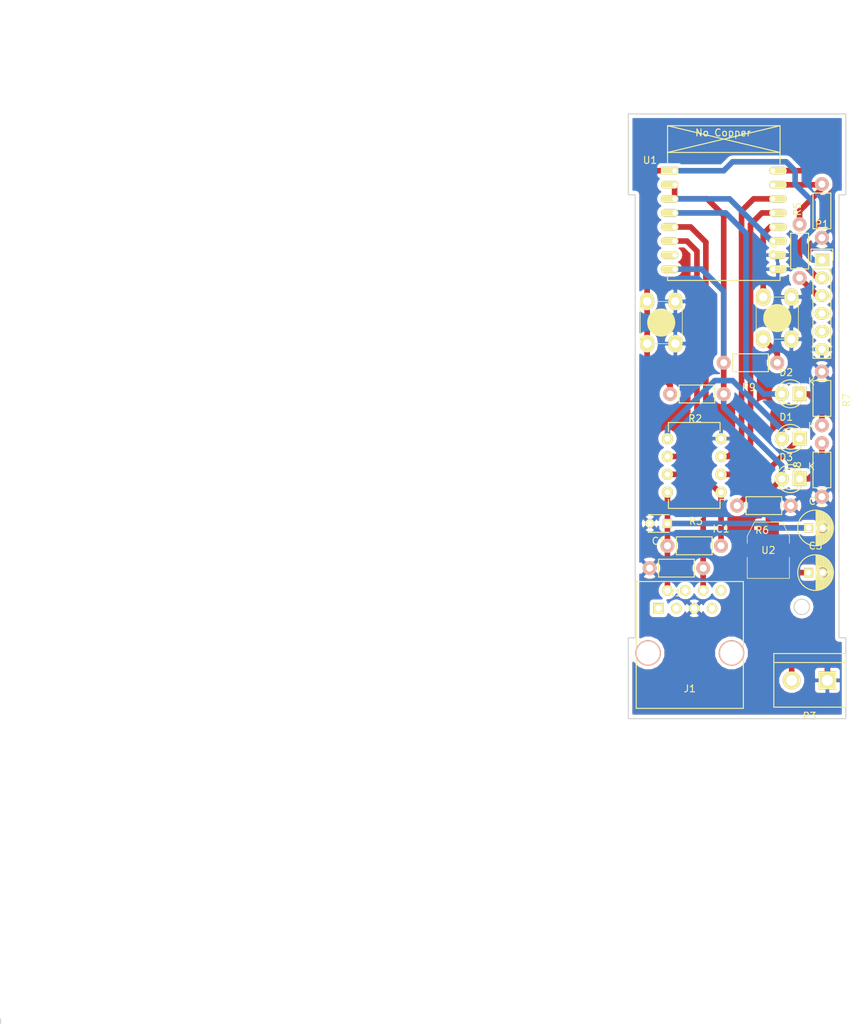
<source format=kicad_pcb>
(kicad_pcb (version 4) (host pcbnew 4.0.2+dfsg1-stable)

  (general
    (links 56)
    (no_connects 1)
    (area 55.804999 57.889999 176.200001 187.400001)
    (thickness 1.6)
    (drawings 15)
    (tracks 124)
    (zones 0)
    (modules 23)
    (nets 27)
  )

  (page A4)
  (title_block
    (title "Medidor de pulsos")
    (date 2018-02-14)
    (rev 1)
  )

  (layers
    (0 F.Cu signal hide)
    (31 B.Cu signal)
    (32 B.Adhes user)
    (33 F.Adhes user)
    (34 B.Paste user)
    (35 F.Paste user)
    (36 B.SilkS user)
    (37 F.SilkS user)
    (38 B.Mask user)
    (39 F.Mask user)
    (40 Dwgs.User user)
    (41 Cmts.User user)
    (42 Eco1.User user)
    (43 Eco2.User user)
    (44 Edge.Cuts user)
    (45 Margin user)
    (46 B.CrtYd user)
    (47 F.CrtYd user)
    (48 B.Fab user)
    (49 F.Fab user)
  )

  (setup
    (last_trace_width 0.8)
    (user_trace_width 0.4)
    (trace_clearance 0.2)
    (zone_clearance 0.508)
    (zone_45_only yes)
    (trace_min 0.4)
    (segment_width 0.2)
    (edge_width 0.15)
    (via_size 1.2)
    (via_drill 0.8)
    (via_min_size 1.2)
    (via_min_drill 0.8)
    (uvia_size 1.2)
    (uvia_drill 0.8)
    (uvias_allowed no)
    (uvia_min_size 0.2)
    (uvia_min_drill 0.1)
    (pcb_text_width 0.3)
    (pcb_text_size 1.5 1.5)
    (mod_edge_width 0.15)
    (mod_text_size 1 1)
    (mod_text_width 0.15)
    (pad_size 1.35 0.4)
    (pad_drill 0)
    (pad_to_mask_clearance 0.2)
    (aux_axis_origin 0 0)
    (grid_origin 67.31 121.92)
    (visible_elements FFFFFF7F)
    (pcbplotparams
      (layerselection 0x00030_80000001)
      (usegerberextensions false)
      (excludeedgelayer true)
      (linewidth 0.100000)
      (plotframeref false)
      (viasonmask false)
      (mode 1)
      (useauxorigin false)
      (hpglpennumber 1)
      (hpglpenspeed 20)
      (hpglpendiameter 15)
      (hpglpenoverlay 2)
      (psnegative false)
      (psa4output false)
      (plotreference true)
      (plotvalue true)
      (plotinvisibletext false)
      (padsonsilk false)
      (subtractmaskfromsilk false)
      (outputformat 4)
      (mirror false)
      (drillshape 0)
      (scaleselection 1)
      (outputdirectory ../../../../../../../media/endef/AIRBUS/))
  )

  (net 0 "")
  (net 1 GND)
  (net 2 VCC)
  (net 3 ESPRST)
  (net 4 "Net-(D1-Pad1)")
  (net 5 L1)
  (net 6 L2)
  (net 7 RSTTINY)
  (net 8 RX1)
  (net 9 TX1)
  (net 10 INT1)
  (net 11 "Net-(IC1-Pad7)")
  (net 12 "Net-(J1-Pad1)")
  (net 13 "Net-(J1-Pad3)")
  (net 14 "Net-(J1-Pad4)")
  (net 15 "Net-(J1-Pad7)")
  (net 16 "Net-(J1-Pad8)")
  (net 17 TXD)
  (net 18 "Net-(P1-Pad3)")
  (net 19 "Net-(P1-Pad4)")
  (net 20 RXD)
  (net 21 "Net-(U1-Pad7)")
  (net 22 "Net-(C3-Pad1)")
  (net 23 "Net-(D2-Pad1)")
  (net 24 "Net-(D3-Pad1)")
  (net 25 "Net-(P1-Pad5)")
  (net 26 "Net-(R9-Pad1)")

  (net_class Default "This is the default net class."
    (clearance 0.2)
    (trace_width 0.8)
    (via_dia 1.2)
    (via_drill 0.8)
    (uvia_dia 1.2)
    (uvia_drill 0.8)
    (add_net ESPRST)
    (add_net GND)
    (add_net INT1)
    (add_net L1)
    (add_net L2)
    (add_net "Net-(C3-Pad1)")
    (add_net "Net-(D1-Pad1)")
    (add_net "Net-(D2-Pad1)")
    (add_net "Net-(D3-Pad1)")
    (add_net "Net-(IC1-Pad7)")
    (add_net "Net-(J1-Pad1)")
    (add_net "Net-(J1-Pad3)")
    (add_net "Net-(J1-Pad4)")
    (add_net "Net-(J1-Pad7)")
    (add_net "Net-(J1-Pad8)")
    (add_net "Net-(P1-Pad3)")
    (add_net "Net-(P1-Pad4)")
    (add_net "Net-(P1-Pad5)")
    (add_net "Net-(R9-Pad1)")
    (add_net "Net-(U1-Pad7)")
    (add_net RSTTINY)
    (add_net RX1)
    (add_net RXD)
    (add_net TX1)
    (add_net TXD)
    (add_net VCC)
  )

  (net_class smd ""
    (clearance 0.2)
    (trace_width 0.4)
    (via_dia 1.2)
    (via_drill 0.8)
    (uvia_dia 1.2)
    (uvia_drill 0.8)
  )

  (module Pin_Headers:Pin_Header_Straight_1x06 (layer F.Cu) (tedit 0) (tstamp 5A842305)
    (at 172.72 78.74)
    (descr "Through hole pin header")
    (tags "pin header")
    (path /5A83FCE2)
    (fp_text reference P1 (at 0 -5.1) (layer F.SilkS)
      (effects (font (size 1 1) (thickness 0.15)))
    )
    (fp_text value CONN_01X06 (at 0 -3.1) (layer F.Fab)
      (effects (font (size 1 1) (thickness 0.15)))
    )
    (fp_line (start -1.75 -1.75) (end -1.75 14.45) (layer F.CrtYd) (width 0.05))
    (fp_line (start 1.75 -1.75) (end 1.75 14.45) (layer F.CrtYd) (width 0.05))
    (fp_line (start -1.75 -1.75) (end 1.75 -1.75) (layer F.CrtYd) (width 0.05))
    (fp_line (start -1.75 14.45) (end 1.75 14.45) (layer F.CrtYd) (width 0.05))
    (fp_line (start 1.27 1.27) (end 1.27 13.97) (layer F.SilkS) (width 0.15))
    (fp_line (start 1.27 13.97) (end -1.27 13.97) (layer F.SilkS) (width 0.15))
    (fp_line (start -1.27 13.97) (end -1.27 1.27) (layer F.SilkS) (width 0.15))
    (fp_line (start 1.55 -1.55) (end 1.55 0) (layer F.SilkS) (width 0.15))
    (fp_line (start 1.27 1.27) (end -1.27 1.27) (layer F.SilkS) (width 0.15))
    (fp_line (start -1.55 0) (end -1.55 -1.55) (layer F.SilkS) (width 0.15))
    (fp_line (start -1.55 -1.55) (end 1.55 -1.55) (layer F.SilkS) (width 0.15))
    (pad 1 thru_hole rect (at 0 0) (size 2.032 1.7272) (drill 1.016) (layers *.Cu *.Mask F.SilkS)
      (net 3 ESPRST))
    (pad 2 thru_hole oval (at 0 2.54) (size 2.032 1.7272) (drill 1.016) (layers *.Cu *.Mask F.SilkS)
      (net 17 TXD))
    (pad 3 thru_hole oval (at 0 5.08) (size 2.032 1.7272) (drill 1.016) (layers *.Cu *.Mask F.SilkS)
      (net 18 "Net-(P1-Pad3)"))
    (pad 4 thru_hole oval (at 0 7.62) (size 2.032 1.7272) (drill 1.016) (layers *.Cu *.Mask F.SilkS)
      (net 19 "Net-(P1-Pad4)"))
    (pad 5 thru_hole oval (at 0 10.16) (size 2.032 1.7272) (drill 1.016) (layers *.Cu *.Mask F.SilkS)
      (net 25 "Net-(P1-Pad5)"))
    (pad 6 thru_hole oval (at 0 12.7) (size 2.032 1.7272) (drill 1.016) (layers *.Cu *.Mask F.SilkS)
      (net 1 GND))
    (model Pin_Headers.3dshapes/Pin_Header_Straight_1x06.wrl
      (at (xyz 0 -0.25 0))
      (scale (xyz 1 1 1))
      (rotate (xyz 0 0 90))
    )
  )

  (module Housings_DIP:DIP-8_W7.62mm (layer F.Cu) (tedit 5AA7CAC8) (tstamp 5A8422ED)
    (at 158.369 111.76 180)
    (descr "8-lead dip package, row spacing 7.62 mm (300 mils)")
    (tags "dil dip 2.54 300")
    (path /5A83F34B)
    (fp_text reference IC1 (at 0 -5.22 180) (layer F.SilkS)
      (effects (font (size 1 1) (thickness 0.15)))
    )
    (fp_text value ATTINY85-P (at 0 -3.72 180) (layer F.Fab)
      (effects (font (size 1 1) (thickness 0.15)))
    )
    (fp_line (start -1.05 -2.45) (end -1.05 10.1) (layer F.CrtYd) (width 0.05))
    (fp_line (start 8.65 -2.45) (end 8.65 10.1) (layer F.CrtYd) (width 0.05))
    (fp_line (start -1.05 -2.45) (end 8.65 -2.45) (layer F.CrtYd) (width 0.05))
    (fp_line (start -1.05 10.1) (end 8.65 10.1) (layer F.CrtYd) (width 0.05))
    (fp_line (start 0.135 -2.295) (end 0.135 -1.025) (layer F.SilkS) (width 0.15))
    (fp_line (start 7.485 -2.295) (end 7.485 -1.025) (layer F.SilkS) (width 0.15))
    (fp_line (start 7.485 9.915) (end 7.485 8.645) (layer F.SilkS) (width 0.15))
    (fp_line (start 0.135 9.915) (end 0.135 8.645) (layer F.SilkS) (width 0.15))
    (fp_line (start 0.135 -2.295) (end 7.485 -2.295) (layer F.SilkS) (width 0.15))
    (fp_line (start 0.135 9.915) (end 7.485 9.915) (layer F.SilkS) (width 0.15))
    (fp_line (start 0.135 -1.025) (end -0.8 -1.025) (layer F.SilkS) (width 0.15))
    (pad 1 thru_hole oval (at 0 0 180) (size 1.6 1.6) (drill 0.8) (layers *.Cu *.Mask F.SilkS)
      (net 7 RSTTINY))
    (pad 2 thru_hole oval (at 0 2.54 180) (size 1.6 1.6) (drill 0.8) (layers *.Cu *.Mask F.SilkS)
      (net 8 RX1))
    (pad 3 thru_hole oval (at 0 5.08 180) (size 1.6 1.6) (drill 0.8) (layers *.Cu *.Mask F.SilkS)
      (net 9 TX1))
    (pad 4 thru_hole oval (at 0 7.62 180) (size 1.6 1.6) (drill 0.8) (layers *.Cu *.Mask F.SilkS)
      (net 1 GND))
    (pad 5 thru_hole oval (at 7.62 7.62 180) (size 1.6 1.6) (drill 0.8) (layers *.Cu *.Mask F.SilkS)
      (net 5 L1))
    (pad 6 thru_hole oval (at 7.62 5.08 180) (size 1.6 1.6) (drill 0.8) (layers *.Cu *.Mask F.SilkS)
      (net 10 INT1))
    (pad 7 thru_hole oval (at 7.62 2.54 180) (size 1.6 1.6) (drill 0.8) (layers *.Cu *.Mask F.SilkS)
      (net 11 "Net-(IC1-Pad7)"))
    (pad 8 thru_hole oval (at 7.62 0 180) (size 1.6 1.6) (drill 0.8) (layers *.Cu *.Mask F.SilkS)
      (net 2 VCC))
    (model Housings_DIP.3dshapes/DIP-8_W7.62mm.wrl
      (at (xyz 0 0 0))
      (scale (xyz 1 1 1))
      (rotate (xyz 0 0 0))
    )
  )

  (module TO_SOT_Packages_SMD:SOT-223 (layer F.Cu) (tedit 5AA7C198) (tstamp 5A842358)
    (at 165.1 120.015)
    (descr "module CMS SOT223 4 pins")
    (tags "CMS SOT")
    (path /5A83F959)
    (attr smd)
    (fp_text reference U2 (at 0 0) (layer F.SilkS)
      (effects (font (size 1 1) (thickness 0.15)))
    )
    (fp_text value AP1117D33 (at 0 0) (layer F.Fab)
      (effects (font (size 1 1) (thickness 0.15)))
    )
    (fp_line (start -3 1) (end -3 4) (layer F.SilkS) (width 0))
    (fp_line (start -3 4) (end 3 4) (layer F.SilkS) (width 0))
    (fp_line (start 3 4) (end 3 1) (layer F.SilkS) (width 0))
    (fp_line (start -3 -1) (end -3 -2) (layer F.SilkS) (width 0))
    (fp_line (start -3 -2) (end -2 -4) (layer F.SilkS) (width 0))
    (fp_line (start -2 -4) (end 2 -4) (layer F.SilkS) (width 0))
    (fp_line (start 2 -4) (end 3 -2) (layer F.SilkS) (width 0))
    (fp_line (start 3 -2) (end 3 -1) (layer F.SilkS) (width 0))
    (pad 2 smd rect (at 0 -3) (size 3 2) (layers F.Cu F.Paste F.Mask)
      (net 2 VCC))
    (pad 2 smd rect (at 0 3) (size 1 2) (layers F.Cu F.Paste F.Mask)
      (net 2 VCC))
    (pad 3 smd rect (at 2 3) (size 1 2) (layers F.Cu F.Paste F.Mask)
      (net 22 "Net-(C3-Pad1)"))
    (pad 1 smd rect (at -2 3) (size 1 2) (layers F.Cu F.Paste F.Mask)
      (net 1 GND))
    (model TO_SOT_Packages_SMD.3dshapes/SOT-223.wrl
      (at (xyz 0 0 0))
      (scale (xyz 0 0 0))
      (rotate (xyz 0 0 0))
    )
  )

  (module Buttons_Switches_ThroughHole:SW_PUSH_SMALL (layer F.Cu) (tedit 5AA7B8DE) (tstamp 5AA7B7AF)
    (at 166.37 86.995 90)
    (path /5AA7B655)
    (fp_text reference SW1 (at 0 0 90) (layer F.SilkS)
      (effects (font (size 1 1) (thickness 0.15)))
    )
    (fp_text value SW_PUSH (at 0 1 90) (layer F.Fab)
      (effects (font (size 1 1) (thickness 0.15)))
    )
    (fp_circle (center 0 0) (end 0 -2) (layer F.SilkS) (width 0))
    (fp_line (start -3 -3) (end 3 -3) (layer F.SilkS) (width 0))
    (fp_line (start 3 -3) (end 3 3) (layer F.SilkS) (width 0))
    (fp_line (start 3 3) (end -3 3) (layer F.SilkS) (width 0))
    (fp_line (start -3 -3) (end -3 3) (layer F.SilkS) (width 0))
    (pad 1 thru_hole oval (at 3 -2 90) (size 2.5 2) (drill 1.2) (layers *.Cu *.Mask F.SilkS)
      (net 26 "Net-(R9-Pad1)"))
    (pad 2 thru_hole oval (at 3 2 90) (size 2.5 2) (drill 1.2) (layers *.Cu *.Mask F.SilkS)
      (net 1 GND))
    (pad 1 thru_hole oval (at -3 -2 90) (size 2.5 2) (drill 1.2) (layers *.Cu *.Mask F.SilkS)
      (net 26 "Net-(R9-Pad1)"))
    (pad 2 thru_hole oval (at -3 2 90) (size 2.5 2) (drill 1.2) (layers *.Cu *.Mask F.SilkS)
      (net 1 GND))
  )

  (module Connect:bornier2 (layer F.Cu) (tedit 0) (tstamp 5AA78E48)
    (at 170.96 138.515 180)
    (descr "Bornier d'alimentation 2 pins")
    (tags DEV)
    (path /5AA78F40)
    (fp_text reference P3 (at 0 -5.08 180) (layer F.SilkS)
      (effects (font (size 1 1) (thickness 0.15)))
    )
    (fp_text value CONN_01X02 (at 0 5.08 180) (layer F.Fab)
      (effects (font (size 1 1) (thickness 0.15)))
    )
    (fp_line (start 5.08 2.54) (end -5.08 2.54) (layer F.SilkS) (width 0.15))
    (fp_line (start 5.08 3.81) (end 5.08 -3.81) (layer F.SilkS) (width 0.15))
    (fp_line (start 5.08 -3.81) (end -5.08 -3.81) (layer F.SilkS) (width 0.15))
    (fp_line (start -5.08 -3.81) (end -5.08 3.81) (layer F.SilkS) (width 0.15))
    (fp_line (start -5.08 3.81) (end 5.08 3.81) (layer F.SilkS) (width 0.15))
    (pad 1 thru_hole rect (at -2.54 0 180) (size 2.54 2.54) (drill 1.524) (layers *.Cu *.Mask F.SilkS)
      (net 1 GND))
    (pad 2 thru_hole circle (at 2.54 0 180) (size 2.54 2.54) (drill 1.524) (layers *.Cu *.Mask F.SilkS)
      (net 22 "Net-(C3-Pad1)"))
    (model Connect.3dshapes/bornier2.wrl
      (at (xyz 0 0 0))
      (scale (xyz 1 1 1))
      (rotate (xyz 0 0 0))
    )
  )

  (module Buttons_Switches_ThroughHole:SW_PUSH_SMALL (layer F.Cu) (tedit 5A855E66) (tstamp 5A85A54E)
    (at 149.86 87.63 90)
    (path /5A854BCE)
    (fp_text reference SW2 (at 0 0 90) (layer F.SilkS)
      (effects (font (size 1 1) (thickness 0.15)))
    )
    (fp_text value SW_PUSH (at 0 1 90) (layer F.Fab)
      (effects (font (size 1 1) (thickness 0.15)))
    )
    (fp_circle (center 0 0) (end 0 -2) (layer F.SilkS) (width 0))
    (fp_line (start -3 -3) (end 3 -3) (layer F.SilkS) (width 0))
    (fp_line (start 3 -3) (end 3 3) (layer F.SilkS) (width 0))
    (fp_line (start 3 3) (end -3 3) (layer F.SilkS) (width 0))
    (fp_line (start -3 -3) (end -3 3) (layer F.SilkS) (width 0))
    (pad 1 thru_hole oval (at 3 -2 90) (size 2.5 2) (drill 1.2) (layers *.Cu *.Mask F.SilkS)
      (net 3 ESPRST))
    (pad 2 thru_hole oval (at 3 2 90) (size 2.5 2) (drill 1.2) (layers *.Cu *.Mask F.SilkS)
      (net 1 GND))
    (pad 1 thru_hole oval (at -3 -2 90) (size 2.5 2) (drill 1.2) (layers *.Cu *.Mask F.SilkS)
      (net 3 ESPRST))
    (pad 2 thru_hole oval (at -3 2 90) (size 2.5 2) (drill 1.2) (layers *.Cu *.Mask F.SilkS)
      (net 1 GND))
  )

  (module Connect:RJ45_8 (layer F.Cu) (tedit 5AA7C7D7) (tstamp 5A8422FB)
    (at 153.924 134.62)
    (tags RJ45)
    (path /5A83F2A8)
    (fp_text reference J1 (at 0 5.08) (layer F.SilkS)
      (effects (font (size 1 1) (thickness 0.15)))
    )
    (fp_text value RJ45 (at 0 -1.905) (layer F.Fab)
      (effects (font (size 1 1) (thickness 0.15)))
    )
    (fp_line (start -7.62 7.874) (end 7.62 7.874) (layer F.SilkS) (width 0.15))
    (fp_line (start 7.62 7.874) (end 7.62 -10.16) (layer F.SilkS) (width 0.15))
    (fp_line (start 7.62 -10.16) (end -7.62 -10.16) (layer F.SilkS) (width 0.15))
    (fp_line (start -7.62 -10.16) (end -7.62 7.874) (layer F.SilkS) (width 0.15))
    (pad Hole np_thru_hole circle (at 5.93852 0) (size 3.64998 3.64998) (drill 3.2512) (layers *.Cu *.SilkS *.Mask))
    (pad Hole np_thru_hole circle (at -5.9309 0) (size 3.64998 3.64998) (drill 3.2512) (layers *.Cu *.SilkS *.Mask))
    (pad 1 thru_hole rect (at -4.445 -6.35) (size 1.50114 1.50114) (drill 0.89916) (layers *.Cu *.Mask F.SilkS)
      (net 12 "Net-(J1-Pad1)"))
    (pad 2 thru_hole circle (at -3.175 -8.89) (size 1.50114 1.50114) (drill 0.89916) (layers *.Cu *.Mask F.SilkS)
      (net 2 VCC))
    (pad 3 thru_hole circle (at -1.905 -6.35) (size 1.50114 1.50114) (drill 0.89916) (layers *.Cu *.Mask F.SilkS)
      (net 13 "Net-(J1-Pad3)"))
    (pad 4 thru_hole circle (at -0.635 -8.89) (size 1.50114 1.50114) (drill 0.89916) (layers *.Cu *.Mask F.SilkS)
      (net 14 "Net-(J1-Pad4)"))
    (pad 5 thru_hole circle (at 0.635 -6.35) (size 1.50114 1.50114) (drill 0.89916) (layers *.Cu *.Mask F.SilkS)
      (net 1 GND))
    (pad 6 thru_hole circle (at 1.905 -8.89) (size 1.50114 1.50114) (drill 0.89916) (layers *.Cu *.Mask F.SilkS)
      (net 11 "Net-(IC1-Pad7)"))
    (pad 7 thru_hole circle (at 3.175 -6.35) (size 1.50114 1.50114) (drill 0.89916) (layers *.Cu *.Mask F.SilkS)
      (net 15 "Net-(J1-Pad7)"))
    (pad 8 thru_hole circle (at 4.445 -8.89) (size 1.50114 1.50114) (drill 0.89916) (layers *.Cu *.Mask F.SilkS)
      (net 16 "Net-(J1-Pad8)"))
    (model Connect.3dshapes/RJ45_8.wrl
      (at (xyz 0 0 0))
      (scale (xyz 0.4 0.4 0.4))
      (rotate (xyz 0 0 0))
    )
  )

  (module Resistors_ThroughHole:Resistor_Horizontal_RM7mm (layer F.Cu) (tedit 569FCF07) (tstamp 5A842311)
    (at 155.829 122.555 180)
    (descr "Resistor, Axial,  RM 7.62mm, 1/3W,")
    (tags "Resistor Axial RM 7.62mm 1/3W R3")
    (path /5A8486BB)
    (fp_text reference R1 (at 4.05892 -3.50012 180) (layer F.SilkS)
      (effects (font (size 1 1) (thickness 0.15)))
    )
    (fp_text value 10k (at 3.81 3.81 180) (layer F.Fab)
      (effects (font (size 1 1) (thickness 0.15)))
    )
    (fp_line (start -1.25 -1.5) (end 8.85 -1.5) (layer F.CrtYd) (width 0.05))
    (fp_line (start -1.25 1.5) (end -1.25 -1.5) (layer F.CrtYd) (width 0.05))
    (fp_line (start 8.85 -1.5) (end 8.85 1.5) (layer F.CrtYd) (width 0.05))
    (fp_line (start -1.25 1.5) (end 8.85 1.5) (layer F.CrtYd) (width 0.05))
    (fp_line (start 1.27 -1.27) (end 6.35 -1.27) (layer F.SilkS) (width 0.15))
    (fp_line (start 6.35 -1.27) (end 6.35 1.27) (layer F.SilkS) (width 0.15))
    (fp_line (start 6.35 1.27) (end 1.27 1.27) (layer F.SilkS) (width 0.15))
    (fp_line (start 1.27 1.27) (end 1.27 -1.27) (layer F.SilkS) (width 0.15))
    (pad 1 thru_hole circle (at 0 0 180) (size 1.99898 1.99898) (drill 1.00076) (layers *.Cu *.SilkS *.Mask)
      (net 11 "Net-(IC1-Pad7)"))
    (pad 2 thru_hole circle (at 7.62 0 180) (size 1.99898 1.99898) (drill 1.00076) (layers *.Cu *.SilkS *.Mask)
      (net 1 GND))
  )

  (module Resistors_ThroughHole:Resistor_Horizontal_RM7mm (layer F.Cu) (tedit 569FCF07) (tstamp 5A842317)
    (at 158.75 97.79 180)
    (descr "Resistor, Axial,  RM 7.62mm, 1/3W,")
    (tags "Resistor Axial RM 7.62mm 1/3W R3")
    (path /5A83F758)
    (fp_text reference R2 (at 4.05892 -3.50012 180) (layer F.SilkS)
      (effects (font (size 1 1) (thickness 0.15)))
    )
    (fp_text value 10k (at 3.81 3.81 180) (layer F.Fab)
      (effects (font (size 1 1) (thickness 0.15)))
    )
    (fp_line (start -1.25 -1.5) (end 8.85 -1.5) (layer F.CrtYd) (width 0.05))
    (fp_line (start -1.25 1.5) (end -1.25 -1.5) (layer F.CrtYd) (width 0.05))
    (fp_line (start 8.85 -1.5) (end 8.85 1.5) (layer F.CrtYd) (width 0.05))
    (fp_line (start -1.25 1.5) (end 8.85 1.5) (layer F.CrtYd) (width 0.05))
    (fp_line (start 1.27 -1.27) (end 6.35 -1.27) (layer F.SilkS) (width 0.15))
    (fp_line (start 6.35 -1.27) (end 6.35 1.27) (layer F.SilkS) (width 0.15))
    (fp_line (start 6.35 1.27) (end 1.27 1.27) (layer F.SilkS) (width 0.15))
    (fp_line (start 1.27 1.27) (end 1.27 -1.27) (layer F.SilkS) (width 0.15))
    (pad 1 thru_hole circle (at 0 0 180) (size 1.99898 1.99898) (drill 1.00076) (layers *.Cu *.SilkS *.Mask)
      (net 2 VCC))
    (pad 2 thru_hole circle (at 7.62 0 180) (size 1.99898 1.99898) (drill 1.00076) (layers *.Cu *.SilkS *.Mask)
      (net 3 ESPRST))
  )

  (module Resistors_ThroughHole:Resistor_Horizontal_RM7mm (layer F.Cu) (tedit 569FCF07) (tstamp 5A84231D)
    (at 150.749 119.38)
    (descr "Resistor, Axial,  RM 7.62mm, 1/3W,")
    (tags "Resistor Axial RM 7.62mm 1/3W R3")
    (path /5A8478DF)
    (fp_text reference R3 (at 4.05892 -3.50012) (layer F.SilkS)
      (effects (font (size 1 1) (thickness 0.15)))
    )
    (fp_text value 10k (at 3.81 3.81) (layer F.Fab)
      (effects (font (size 1 1) (thickness 0.15)))
    )
    (fp_line (start -1.25 -1.5) (end 8.85 -1.5) (layer F.CrtYd) (width 0.05))
    (fp_line (start -1.25 1.5) (end -1.25 -1.5) (layer F.CrtYd) (width 0.05))
    (fp_line (start 8.85 -1.5) (end 8.85 1.5) (layer F.CrtYd) (width 0.05))
    (fp_line (start -1.25 1.5) (end 8.85 1.5) (layer F.CrtYd) (width 0.05))
    (fp_line (start 1.27 -1.27) (end 6.35 -1.27) (layer F.SilkS) (width 0.15))
    (fp_line (start 6.35 -1.27) (end 6.35 1.27) (layer F.SilkS) (width 0.15))
    (fp_line (start 6.35 1.27) (end 1.27 1.27) (layer F.SilkS) (width 0.15))
    (fp_line (start 1.27 1.27) (end 1.27 -1.27) (layer F.SilkS) (width 0.15))
    (pad 1 thru_hole circle (at 0 0) (size 1.99898 1.99898) (drill 1.00076) (layers *.Cu *.SilkS *.Mask)
      (net 2 VCC))
    (pad 2 thru_hole circle (at 7.62 0) (size 1.99898 1.99898) (drill 1.00076) (layers *.Cu *.SilkS *.Mask)
      (net 7 RSTTINY))
  )

  (module Resistors_ThroughHole:Resistor_Horizontal_RM7mm (layer F.Cu) (tedit 569FCF07) (tstamp 5A842323)
    (at 169.545 81.28 90)
    (descr "Resistor, Axial,  RM 7.62mm, 1/3W,")
    (tags "Resistor Axial RM 7.62mm 1/3W R3")
    (path /5A846003)
    (fp_text reference R4 (at 4.05892 -3.50012 90) (layer F.SilkS)
      (effects (font (size 1 1) (thickness 0.15)))
    )
    (fp_text value 6.8k (at 3.81 3.81 90) (layer F.Fab)
      (effects (font (size 1 1) (thickness 0.15)))
    )
    (fp_line (start -1.25 -1.5) (end 8.85 -1.5) (layer F.CrtYd) (width 0.05))
    (fp_line (start -1.25 1.5) (end -1.25 -1.5) (layer F.CrtYd) (width 0.05))
    (fp_line (start 8.85 -1.5) (end 8.85 1.5) (layer F.CrtYd) (width 0.05))
    (fp_line (start -1.25 1.5) (end 8.85 1.5) (layer F.CrtYd) (width 0.05))
    (fp_line (start 1.27 -1.27) (end 6.35 -1.27) (layer F.SilkS) (width 0.15))
    (fp_line (start 6.35 -1.27) (end 6.35 1.27) (layer F.SilkS) (width 0.15))
    (fp_line (start 6.35 1.27) (end 1.27 1.27) (layer F.SilkS) (width 0.15))
    (fp_line (start 1.27 1.27) (end 1.27 -1.27) (layer F.SilkS) (width 0.15))
    (pad 1 thru_hole circle (at 0 0 90) (size 1.99898 1.99898) (drill 1.00076) (layers *.Cu *.SilkS *.Mask)
      (net 18 "Net-(P1-Pad3)"))
    (pad 2 thru_hole circle (at 7.62 0 90) (size 1.99898 1.99898) (drill 1.00076) (layers *.Cu *.SilkS *.Mask)
      (net 20 RXD))
  )

  (module Resistors_ThroughHole:Resistor_Horizontal_RM7mm (layer F.Cu) (tedit 569FCF07) (tstamp 5A842329)
    (at 172.72 75.565 90)
    (descr "Resistor, Axial,  RM 7.62mm, 1/3W,")
    (tags "Resistor Axial RM 7.62mm 1/3W R3")
    (path /5A8461CA)
    (fp_text reference R5 (at 4.05892 -3.50012 90) (layer F.SilkS)
      (effects (font (size 1 1) (thickness 0.15)))
    )
    (fp_text value 12k (at 3.81 3.81 90) (layer F.Fab)
      (effects (font (size 1 1) (thickness 0.15)))
    )
    (fp_line (start -1.25 -1.5) (end 8.85 -1.5) (layer F.CrtYd) (width 0.05))
    (fp_line (start -1.25 1.5) (end -1.25 -1.5) (layer F.CrtYd) (width 0.05))
    (fp_line (start 8.85 -1.5) (end 8.85 1.5) (layer F.CrtYd) (width 0.05))
    (fp_line (start -1.25 1.5) (end 8.85 1.5) (layer F.CrtYd) (width 0.05))
    (fp_line (start 1.27 -1.27) (end 6.35 -1.27) (layer F.SilkS) (width 0.15))
    (fp_line (start 6.35 -1.27) (end 6.35 1.27) (layer F.SilkS) (width 0.15))
    (fp_line (start 6.35 1.27) (end 1.27 1.27) (layer F.SilkS) (width 0.15))
    (fp_line (start 1.27 1.27) (end 1.27 -1.27) (layer F.SilkS) (width 0.15))
    (pad 1 thru_hole circle (at 0 0 90) (size 1.99898 1.99898) (drill 1.00076) (layers *.Cu *.SilkS *.Mask)
      (net 1 GND))
    (pad 2 thru_hole circle (at 7.62 0 90) (size 1.99898 1.99898) (drill 1.00076) (layers *.Cu *.SilkS *.Mask)
      (net 20 RXD))
  )

  (module Capacitors_ThroughHole:C_Radial_D5_L11_P2 (layer F.Cu) (tedit 0) (tstamp 5A8422C9)
    (at 170.815 123.19)
    (descr "Radial Electrolytic Capacitor 5mm x Length 11mm, Pitch 2mm")
    (tags "Electrolytic Capacitor")
    (path /5A8494AE)
    (fp_text reference C3 (at 1 -3.8) (layer F.SilkS)
      (effects (font (size 1 1) (thickness 0.15)))
    )
    (fp_text value 10uF (at 1 3.8) (layer F.Fab)
      (effects (font (size 1 1) (thickness 0.15)))
    )
    (fp_line (start 1.075 -2.499) (end 1.075 2.499) (layer F.SilkS) (width 0.15))
    (fp_line (start 1.215 -2.491) (end 1.215 -0.154) (layer F.SilkS) (width 0.15))
    (fp_line (start 1.215 0.154) (end 1.215 2.491) (layer F.SilkS) (width 0.15))
    (fp_line (start 1.355 -2.475) (end 1.355 -0.473) (layer F.SilkS) (width 0.15))
    (fp_line (start 1.355 0.473) (end 1.355 2.475) (layer F.SilkS) (width 0.15))
    (fp_line (start 1.495 -2.451) (end 1.495 -0.62) (layer F.SilkS) (width 0.15))
    (fp_line (start 1.495 0.62) (end 1.495 2.451) (layer F.SilkS) (width 0.15))
    (fp_line (start 1.635 -2.418) (end 1.635 -0.712) (layer F.SilkS) (width 0.15))
    (fp_line (start 1.635 0.712) (end 1.635 2.418) (layer F.SilkS) (width 0.15))
    (fp_line (start 1.775 -2.377) (end 1.775 -0.768) (layer F.SilkS) (width 0.15))
    (fp_line (start 1.775 0.768) (end 1.775 2.377) (layer F.SilkS) (width 0.15))
    (fp_line (start 1.915 -2.327) (end 1.915 -0.795) (layer F.SilkS) (width 0.15))
    (fp_line (start 1.915 0.795) (end 1.915 2.327) (layer F.SilkS) (width 0.15))
    (fp_line (start 2.055 -2.266) (end 2.055 -0.798) (layer F.SilkS) (width 0.15))
    (fp_line (start 2.055 0.798) (end 2.055 2.266) (layer F.SilkS) (width 0.15))
    (fp_line (start 2.195 -2.196) (end 2.195 -0.776) (layer F.SilkS) (width 0.15))
    (fp_line (start 2.195 0.776) (end 2.195 2.196) (layer F.SilkS) (width 0.15))
    (fp_line (start 2.335 -2.114) (end 2.335 -0.726) (layer F.SilkS) (width 0.15))
    (fp_line (start 2.335 0.726) (end 2.335 2.114) (layer F.SilkS) (width 0.15))
    (fp_line (start 2.475 -2.019) (end 2.475 -0.644) (layer F.SilkS) (width 0.15))
    (fp_line (start 2.475 0.644) (end 2.475 2.019) (layer F.SilkS) (width 0.15))
    (fp_line (start 2.615 -1.908) (end 2.615 -0.512) (layer F.SilkS) (width 0.15))
    (fp_line (start 2.615 0.512) (end 2.615 1.908) (layer F.SilkS) (width 0.15))
    (fp_line (start 2.755 -1.78) (end 2.755 -0.265) (layer F.SilkS) (width 0.15))
    (fp_line (start 2.755 0.265) (end 2.755 1.78) (layer F.SilkS) (width 0.15))
    (fp_line (start 2.895 -1.631) (end 2.895 1.631) (layer F.SilkS) (width 0.15))
    (fp_line (start 3.035 -1.452) (end 3.035 1.452) (layer F.SilkS) (width 0.15))
    (fp_line (start 3.175 -1.233) (end 3.175 1.233) (layer F.SilkS) (width 0.15))
    (fp_line (start 3.315 -0.944) (end 3.315 0.944) (layer F.SilkS) (width 0.15))
    (fp_line (start 3.455 -0.472) (end 3.455 0.472) (layer F.SilkS) (width 0.15))
    (fp_circle (center 2 0) (end 2 -0.8) (layer F.SilkS) (width 0.15))
    (fp_circle (center 1 0) (end 1 -2.5375) (layer F.SilkS) (width 0.15))
    (fp_circle (center 1 0) (end 1 -2.8) (layer F.CrtYd) (width 0.05))
    (pad 1 thru_hole rect (at 0 0) (size 1.3 1.3) (drill 0.8) (layers *.Cu *.Mask F.SilkS)
      (net 22 "Net-(C3-Pad1)"))
    (pad 2 thru_hole circle (at 2 0) (size 1.3 1.3) (drill 0.8) (layers *.Cu *.Mask F.SilkS)
      (net 1 GND))
    (model Capacitors_ThroughHole.3dshapes/C_Radial_D5_L11_P2.wrl
      (at (xyz 0 0 0))
      (scale (xyz 1 1 1))
      (rotate (xyz 0 0 0))
    )
  )

  (module Capacitors_ThroughHole:C_Radial_D5_L11_P2 (layer F.Cu) (tedit 0) (tstamp 5A8422CF)
    (at 170.815 116.84)
    (descr "Radial Electrolytic Capacitor 5mm x Length 11mm, Pitch 2mm")
    (tags "Electrolytic Capacitor")
    (path /5A8495F3)
    (fp_text reference C4 (at 1 -3.8) (layer F.SilkS)
      (effects (font (size 1 1) (thickness 0.15)))
    )
    (fp_text value 10uF (at 1 3.8) (layer F.Fab)
      (effects (font (size 1 1) (thickness 0.15)))
    )
    (fp_line (start 1.075 -2.499) (end 1.075 2.499) (layer F.SilkS) (width 0.15))
    (fp_line (start 1.215 -2.491) (end 1.215 -0.154) (layer F.SilkS) (width 0.15))
    (fp_line (start 1.215 0.154) (end 1.215 2.491) (layer F.SilkS) (width 0.15))
    (fp_line (start 1.355 -2.475) (end 1.355 -0.473) (layer F.SilkS) (width 0.15))
    (fp_line (start 1.355 0.473) (end 1.355 2.475) (layer F.SilkS) (width 0.15))
    (fp_line (start 1.495 -2.451) (end 1.495 -0.62) (layer F.SilkS) (width 0.15))
    (fp_line (start 1.495 0.62) (end 1.495 2.451) (layer F.SilkS) (width 0.15))
    (fp_line (start 1.635 -2.418) (end 1.635 -0.712) (layer F.SilkS) (width 0.15))
    (fp_line (start 1.635 0.712) (end 1.635 2.418) (layer F.SilkS) (width 0.15))
    (fp_line (start 1.775 -2.377) (end 1.775 -0.768) (layer F.SilkS) (width 0.15))
    (fp_line (start 1.775 0.768) (end 1.775 2.377) (layer F.SilkS) (width 0.15))
    (fp_line (start 1.915 -2.327) (end 1.915 -0.795) (layer F.SilkS) (width 0.15))
    (fp_line (start 1.915 0.795) (end 1.915 2.327) (layer F.SilkS) (width 0.15))
    (fp_line (start 2.055 -2.266) (end 2.055 -0.798) (layer F.SilkS) (width 0.15))
    (fp_line (start 2.055 0.798) (end 2.055 2.266) (layer F.SilkS) (width 0.15))
    (fp_line (start 2.195 -2.196) (end 2.195 -0.776) (layer F.SilkS) (width 0.15))
    (fp_line (start 2.195 0.776) (end 2.195 2.196) (layer F.SilkS) (width 0.15))
    (fp_line (start 2.335 -2.114) (end 2.335 -0.726) (layer F.SilkS) (width 0.15))
    (fp_line (start 2.335 0.726) (end 2.335 2.114) (layer F.SilkS) (width 0.15))
    (fp_line (start 2.475 -2.019) (end 2.475 -0.644) (layer F.SilkS) (width 0.15))
    (fp_line (start 2.475 0.644) (end 2.475 2.019) (layer F.SilkS) (width 0.15))
    (fp_line (start 2.615 -1.908) (end 2.615 -0.512) (layer F.SilkS) (width 0.15))
    (fp_line (start 2.615 0.512) (end 2.615 1.908) (layer F.SilkS) (width 0.15))
    (fp_line (start 2.755 -1.78) (end 2.755 -0.265) (layer F.SilkS) (width 0.15))
    (fp_line (start 2.755 0.265) (end 2.755 1.78) (layer F.SilkS) (width 0.15))
    (fp_line (start 2.895 -1.631) (end 2.895 1.631) (layer F.SilkS) (width 0.15))
    (fp_line (start 3.035 -1.452) (end 3.035 1.452) (layer F.SilkS) (width 0.15))
    (fp_line (start 3.175 -1.233) (end 3.175 1.233) (layer F.SilkS) (width 0.15))
    (fp_line (start 3.315 -0.944) (end 3.315 0.944) (layer F.SilkS) (width 0.15))
    (fp_line (start 3.455 -0.472) (end 3.455 0.472) (layer F.SilkS) (width 0.15))
    (fp_circle (center 2 0) (end 2 -0.8) (layer F.SilkS) (width 0.15))
    (fp_circle (center 1 0) (end 1 -2.5375) (layer F.SilkS) (width 0.15))
    (fp_circle (center 1 0) (end 1 -2.8) (layer F.CrtYd) (width 0.05))
    (pad 1 thru_hole rect (at 0 0) (size 1.3 1.3) (drill 0.8) (layers *.Cu *.Mask F.SilkS)
      (net 2 VCC))
    (pad 2 thru_hole circle (at 2 0) (size 1.3 1.3) (drill 0.8) (layers *.Cu *.Mask F.SilkS)
      (net 1 GND))
    (model Capacitors_ThroughHole.3dshapes/C_Radial_D5_L11_P2.wrl
      (at (xyz 0 0 0))
      (scale (xyz 1 1 1))
      (rotate (xyz 0 0 0))
    )
  )

  (module Capacitors_ThroughHole:C_Disc_D3_P2.5 (layer F.Cu) (tedit 0) (tstamp 5A8422BD)
    (at 150.749 116.205 180)
    (descr "Capacitor 3mm Disc, Pitch 2.5mm")
    (tags Capacitor)
    (path /5A83FA8E)
    (fp_text reference C1 (at 1.25 -2.5 180) (layer F.SilkS)
      (effects (font (size 1 1) (thickness 0.15)))
    )
    (fp_text value 100nF (at 1.25 2.5 180) (layer F.Fab)
      (effects (font (size 1 1) (thickness 0.15)))
    )
    (fp_line (start -0.9 -1.5) (end 3.4 -1.5) (layer F.CrtYd) (width 0.05))
    (fp_line (start 3.4 -1.5) (end 3.4 1.5) (layer F.CrtYd) (width 0.05))
    (fp_line (start 3.4 1.5) (end -0.9 1.5) (layer F.CrtYd) (width 0.05))
    (fp_line (start -0.9 1.5) (end -0.9 -1.5) (layer F.CrtYd) (width 0.05))
    (fp_line (start -0.25 -1.25) (end 2.75 -1.25) (layer F.SilkS) (width 0.15))
    (fp_line (start 2.75 1.25) (end -0.25 1.25) (layer F.SilkS) (width 0.15))
    (pad 1 thru_hole rect (at 0 0 180) (size 1.3 1.3) (drill 0.8) (layers *.Cu *.Mask F.SilkS)
      (net 2 VCC))
    (pad 2 thru_hole circle (at 2.5 0 180) (size 1.3 1.3) (drill 0.8001) (layers *.Cu *.Mask F.SilkS)
      (net 1 GND))
    (model Capacitors_ThroughHole.3dshapes/C_Disc_D3_P2.5.wrl
      (at (xyz 0.0492126 0 0))
      (scale (xyz 1 1 1))
      (rotate (xyz 0 0 0))
    )
  )

  (module ESP8266:ESP-07v2 (layer F.Cu) (tedit 59068204) (tstamp 5A842350)
    (at 151.765 66.04)
    (descr "Module, ESP-8266, ESP-07v2, 16 pad, SMD")
    (tags "Module ESP-8266 ESP8266")
    (path /5A83F62A)
    (fp_text reference U1 (at -3.5 -1.5) (layer F.SilkS)
      (effects (font (size 1 1) (thickness 0.15)))
    )
    (fp_text value ESP-12E (at 7.25 2.25) (layer F.Fab)
      (effects (font (size 1 1) (thickness 0.15)))
    )
    (fp_line (start -2.25 -0.5) (end -2.25 -6.65) (layer F.CrtYd) (width 0.05))
    (fp_line (start -2.25 -6.65) (end 16.25 -6.65) (layer F.CrtYd) (width 0.05))
    (fp_line (start 16.25 -6.65) (end 16.25 16) (layer F.CrtYd) (width 0.05))
    (fp_line (start 16.25 16) (end -2.25 16) (layer F.CrtYd) (width 0.05))
    (fp_line (start -2.25 16) (end -2.25 -0.5) (layer F.CrtYd) (width 0.05))
    (fp_line (start -1 -6.4) (end 15 -6.4) (layer F.SilkS) (width 0.1524))
    (fp_line (start 15 -6.4) (end 15 -1) (layer F.SilkS) (width 0.1524))
    (fp_line (start -1 -6.4) (end -1 -1) (layer F.SilkS) (width 0.1524))
    (fp_line (start -1 14.8) (end -1 15.6) (layer F.SilkS) (width 0.1524))
    (fp_line (start -1 15.6) (end 15 15.6) (layer F.SilkS) (width 0.1524))
    (fp_line (start 15 15.6) (end 15 14.8) (layer F.SilkS) (width 0.1524))
    (fp_line (start 15 -6.4) (end -1 -2.6) (layer F.SilkS) (width 0.1524))
    (fp_line (start -1 -6.4) (end 15 -2.6) (layer F.SilkS) (width 0.1524))
    (fp_text user "No Copper" (at 6.892 -5.4) (layer F.SilkS)
      (effects (font (size 1 1) (thickness 0.15)))
    )
    (fp_line (start -1.008 -2.6) (end 14.992 -2.6) (layer F.SilkS) (width 0.1524))
    (fp_line (start 15 -6.4) (end 15 15.6) (layer F.Fab) (width 0.05))
    (fp_line (start 15 15.6) (end -1 15.6) (layer F.Fab) (width 0.05))
    (fp_line (start -1.008 15.6) (end -1.008 -6.4) (layer F.Fab) (width 0.05))
    (fp_line (start -1 -6.4) (end 15 -6.4) (layer F.Fab) (width 0.05))
    (pad 1 thru_hole rect (at 0 0) (size 2.5 1.1) (drill 0.65 (offset -0.7 0)) (layers *.Cu *.Mask F.Paste F.SilkS)
      (net 3 ESPRST))
    (pad 2 thru_hole oval (at 0 2) (size 2.5 1.1) (drill 0.65 (offset -0.7 0)) (layers *.Cu *.Mask F.Paste F.SilkS)
      (net 2 VCC))
    (pad 3 thru_hole oval (at 0 4) (size 2.5 1.1) (drill 0.65 (offset -0.7 0)) (layers *.Cu *.Mask F.Paste F.SilkS)
      (net 2 VCC))
    (pad 4 thru_hole oval (at 0 6) (size 2.5 1.1) (drill 0.65 (offset -0.7 0)) (layers *.Cu *.Mask F.Paste F.SilkS)
      (net 6 L2))
    (pad 5 thru_hole oval (at 0 8) (size 2.5 1.1) (drill 0.65 (offset -0.7 0)) (layers *.Cu *.Mask F.Paste F.SilkS)
      (net 7 RSTTINY))
    (pad 6 thru_hole oval (at 0 10) (size 2.5 1.1) (drill 0.65 (offset -0.7 0)) (layers *.Cu *.Mask F.Paste F.SilkS)
      (net 10 INT1))
    (pad 7 thru_hole oval (at 0 12) (size 2.5 1.1) (drill 0.65 (offset -0.7 0)) (layers *.Cu *.Mask F.Paste F.SilkS)
      (net 21 "Net-(U1-Pad7)"))
    (pad 8 thru_hole oval (at 0 14) (size 2.5 1.1) (drill 0.65 (offset -0.7 0)) (layers *.Cu *.Mask F.Paste F.SilkS)
      (net 2 VCC))
    (pad 9 thru_hole oval (at 14 14) (size 2.5 1.1) (drill 0.65 (offset 0.7 0)) (layers *.Cu *.Mask F.Paste F.SilkS)
      (net 1 GND))
    (pad 10 thru_hole oval (at 14 12) (size 2.5 1.1) (drill 0.65 (offset 0.6 0)) (layers *.Cu *.Mask F.Paste F.SilkS)
      (net 1 GND))
    (pad 11 thru_hole oval (at 14 10) (size 2.5 1.1) (drill 0.65 (offset 0.7 0)) (layers *.Cu *.Mask F.Paste F.SilkS)
      (net 2 VCC))
    (pad 12 thru_hole oval (at 14 8) (size 2.5 1.1) (drill 0.65 (offset 0.7 0)) (layers *.Cu *.Mask F.Paste F.SilkS)
      (net 26 "Net-(R9-Pad1)"))
    (pad 13 thru_hole oval (at 14 6) (size 2.5 1.1) (drill 0.65 (offset 0.7 0)) (layers *.Cu *.Mask F.Paste F.SilkS)
      (net 8 RX1))
    (pad 14 thru_hole oval (at 14 4) (size 2.5 1.1) (drill 0.65 (offset 0.7 0)) (layers *.Cu *.Mask F.Paste F.SilkS)
      (net 9 TX1))
    (pad 15 thru_hole oval (at 14 2) (size 2.5 1.1) (drill 0.65 (offset 0.7 0)) (layers *.Cu *.Mask F.Paste F.SilkS)
      (net 20 RXD))
    (pad 16 thru_hole oval (at 14 0) (size 2.5 1.1) (drill 0.65 (offset 0.7 0)) (layers *.Cu *.Mask F.Paste F.SilkS)
      (net 17 TXD))
    (model ${ESPLIB}/ESP8266.3dshapes/ESP-07v2.wrl
      (at (xyz 0 0 0))
      (scale (xyz 0.3937 0.3937 0.3937))
      (rotate (xyz 0 0 0))
    )
  )

  (module Resistors_ThroughHole:Resistor_Horizontal_RM7mm (layer F.Cu) (tedit 569FCF07) (tstamp 5AA7B64F)
    (at 166.37 93.345 180)
    (descr "Resistor, Axial,  RM 7.62mm, 1/3W,")
    (tags "Resistor Axial RM 7.62mm 1/3W R3")
    (path /5AA7B726)
    (fp_text reference R9 (at 4.05892 -3.50012 180) (layer F.SilkS)
      (effects (font (size 1 1) (thickness 0.15)))
    )
    (fp_text value 10k (at 3.81 3.81 180) (layer F.Fab)
      (effects (font (size 1 1) (thickness 0.15)))
    )
    (fp_line (start -1.25 -1.5) (end 8.85 -1.5) (layer F.CrtYd) (width 0.05))
    (fp_line (start -1.25 1.5) (end -1.25 -1.5) (layer F.CrtYd) (width 0.05))
    (fp_line (start 8.85 -1.5) (end 8.85 1.5) (layer F.CrtYd) (width 0.05))
    (fp_line (start -1.25 1.5) (end 8.85 1.5) (layer F.CrtYd) (width 0.05))
    (fp_line (start 1.27 -1.27) (end 6.35 -1.27) (layer F.SilkS) (width 0.15))
    (fp_line (start 6.35 -1.27) (end 6.35 1.27) (layer F.SilkS) (width 0.15))
    (fp_line (start 6.35 1.27) (end 1.27 1.27) (layer F.SilkS) (width 0.15))
    (fp_line (start 1.27 1.27) (end 1.27 -1.27) (layer F.SilkS) (width 0.15))
    (pad 1 thru_hole circle (at 0 0 180) (size 1.99898 1.99898) (drill 1.00076) (layers *.Cu *.SilkS *.Mask)
      (net 26 "Net-(R9-Pad1)"))
    (pad 2 thru_hole circle (at 7.62 0 180) (size 1.99898 1.99898) (drill 1.00076) (layers *.Cu *.SilkS *.Mask)
      (net 2 VCC))
  )

  (module LEDs:LED-3MM (layer F.Cu) (tedit 559B82F6) (tstamp 5AA7DBEC)
    (at 169.545 104.14 180)
    (descr "LED 3mm round vertical")
    (tags "LED  3mm round vertical")
    (path /5A83FD4B)
    (fp_text reference D1 (at 1.91 3.06 180) (layer F.SilkS)
      (effects (font (size 1 1) (thickness 0.15)))
    )
    (fp_text value LED (at 1.3 -2.9 180) (layer F.Fab)
      (effects (font (size 1 1) (thickness 0.15)))
    )
    (fp_line (start -1.2 2.3) (end 3.8 2.3) (layer F.CrtYd) (width 0.05))
    (fp_line (start 3.8 2.3) (end 3.8 -2.2) (layer F.CrtYd) (width 0.05))
    (fp_line (start 3.8 -2.2) (end -1.2 -2.2) (layer F.CrtYd) (width 0.05))
    (fp_line (start -1.2 -2.2) (end -1.2 2.3) (layer F.CrtYd) (width 0.05))
    (fp_line (start -0.199 1.314) (end -0.199 1.114) (layer F.SilkS) (width 0.15))
    (fp_line (start -0.199 -1.28) (end -0.199 -1.1) (layer F.SilkS) (width 0.15))
    (fp_arc (start 1.301 0.034) (end -0.199 -1.286) (angle 108.5) (layer F.SilkS) (width 0.15))
    (fp_arc (start 1.301 0.034) (end 0.25 -1.1) (angle 85.7) (layer F.SilkS) (width 0.15))
    (fp_arc (start 1.311 0.034) (end 3.051 0.994) (angle 110) (layer F.SilkS) (width 0.15))
    (fp_arc (start 1.301 0.034) (end 2.335 1.094) (angle 87.5) (layer F.SilkS) (width 0.15))
    (fp_text user K (at -1.69 1.74 180) (layer F.SilkS)
      (effects (font (size 1 1) (thickness 0.15)))
    )
    (pad 1 thru_hole rect (at 0 0 270) (size 2 2) (drill 1.00076) (layers *.Cu *.Mask F.SilkS)
      (net 4 "Net-(D1-Pad1)"))
    (pad 2 thru_hole circle (at 2.54 0 180) (size 2 2) (drill 1.00076) (layers *.Cu *.Mask F.SilkS)
      (net 5 L1))
    (model LEDs.3dshapes/LED-3MM.wrl
      (at (xyz 0.05 0 0))
      (scale (xyz 1 1 1))
      (rotate (xyz 0 0 90))
    )
  )

  (module LEDs:LED-3MM (layer F.Cu) (tedit 559B82F6) (tstamp 5AA7DBF2)
    (at 169.545 97.79 180)
    (descr "LED 3mm round vertical")
    (tags "LED  3mm round vertical")
    (path /5A83FEA4)
    (fp_text reference D2 (at 1.91 3.06 180) (layer F.SilkS)
      (effects (font (size 1 1) (thickness 0.15)))
    )
    (fp_text value LED (at 1.3 -2.9 180) (layer F.Fab)
      (effects (font (size 1 1) (thickness 0.15)))
    )
    (fp_line (start -1.2 2.3) (end 3.8 2.3) (layer F.CrtYd) (width 0.05))
    (fp_line (start 3.8 2.3) (end 3.8 -2.2) (layer F.CrtYd) (width 0.05))
    (fp_line (start 3.8 -2.2) (end -1.2 -2.2) (layer F.CrtYd) (width 0.05))
    (fp_line (start -1.2 -2.2) (end -1.2 2.3) (layer F.CrtYd) (width 0.05))
    (fp_line (start -0.199 1.314) (end -0.199 1.114) (layer F.SilkS) (width 0.15))
    (fp_line (start -0.199 -1.28) (end -0.199 -1.1) (layer F.SilkS) (width 0.15))
    (fp_arc (start 1.301 0.034) (end -0.199 -1.286) (angle 108.5) (layer F.SilkS) (width 0.15))
    (fp_arc (start 1.301 0.034) (end 0.25 -1.1) (angle 85.7) (layer F.SilkS) (width 0.15))
    (fp_arc (start 1.311 0.034) (end 3.051 0.994) (angle 110) (layer F.SilkS) (width 0.15))
    (fp_arc (start 1.301 0.034) (end 2.335 1.094) (angle 87.5) (layer F.SilkS) (width 0.15))
    (fp_text user K (at -1.69 1.74 180) (layer F.SilkS)
      (effects (font (size 1 1) (thickness 0.15)))
    )
    (pad 1 thru_hole rect (at 0 0 270) (size 2 2) (drill 1.00076) (layers *.Cu *.Mask F.SilkS)
      (net 23 "Net-(D2-Pad1)"))
    (pad 2 thru_hole circle (at 2.54 0 180) (size 2 2) (drill 1.00076) (layers *.Cu *.Mask F.SilkS)
      (net 6 L2))
    (model LEDs.3dshapes/LED-3MM.wrl
      (at (xyz 0.05 0 0))
      (scale (xyz 1 1 1))
      (rotate (xyz 0 0 90))
    )
  )

  (module LEDs:LED-3MM (layer F.Cu) (tedit 559B82F6) (tstamp 5AA7DBF8)
    (at 169.545 109.855 180)
    (descr "LED 3mm round vertical")
    (tags "LED  3mm round vertical")
    (path /5A83FF0F)
    (fp_text reference D3 (at 1.91 3.06 180) (layer F.SilkS)
      (effects (font (size 1 1) (thickness 0.15)))
    )
    (fp_text value LED (at 1.3 -2.9 180) (layer F.Fab)
      (effects (font (size 1 1) (thickness 0.15)))
    )
    (fp_line (start -1.2 2.3) (end 3.8 2.3) (layer F.CrtYd) (width 0.05))
    (fp_line (start 3.8 2.3) (end 3.8 -2.2) (layer F.CrtYd) (width 0.05))
    (fp_line (start 3.8 -2.2) (end -1.2 -2.2) (layer F.CrtYd) (width 0.05))
    (fp_line (start -1.2 -2.2) (end -1.2 2.3) (layer F.CrtYd) (width 0.05))
    (fp_line (start -0.199 1.314) (end -0.199 1.114) (layer F.SilkS) (width 0.15))
    (fp_line (start -0.199 -1.28) (end -0.199 -1.1) (layer F.SilkS) (width 0.15))
    (fp_arc (start 1.301 0.034) (end -0.199 -1.286) (angle 108.5) (layer F.SilkS) (width 0.15))
    (fp_arc (start 1.301 0.034) (end 0.25 -1.1) (angle 85.7) (layer F.SilkS) (width 0.15))
    (fp_arc (start 1.311 0.034) (end 3.051 0.994) (angle 110) (layer F.SilkS) (width 0.15))
    (fp_arc (start 1.301 0.034) (end 2.335 1.094) (angle 87.5) (layer F.SilkS) (width 0.15))
    (fp_text user K (at -1.69 1.74 180) (layer F.SilkS)
      (effects (font (size 1 1) (thickness 0.15)))
    )
    (pad 1 thru_hole rect (at 0 0 270) (size 2 2) (drill 1.00076) (layers *.Cu *.Mask F.SilkS)
      (net 24 "Net-(D3-Pad1)"))
    (pad 2 thru_hole circle (at 2.54 0 180) (size 2 2) (drill 1.00076) (layers *.Cu *.Mask F.SilkS)
      (net 2 VCC))
    (model LEDs.3dshapes/LED-3MM.wrl
      (at (xyz 0.05 0 0))
      (scale (xyz 1 1 1))
      (rotate (xyz 0 0 90))
    )
  )

  (module Resistors_ThroughHole:Resistor_Horizontal_RM7mm (layer F.Cu) (tedit 569FCF07) (tstamp 5AA7DBFE)
    (at 168.275 113.665 180)
    (descr "Resistor, Axial,  RM 7.62mm, 1/3W,")
    (tags "Resistor Axial RM 7.62mm 1/3W R3")
    (path /5A858C9F)
    (fp_text reference R6 (at 4.05892 -3.50012 180) (layer F.SilkS)
      (effects (font (size 1 1) (thickness 0.15)))
    )
    (fp_text value 220 (at 3.81 3.81 180) (layer F.Fab)
      (effects (font (size 1 1) (thickness 0.15)))
    )
    (fp_line (start -1.25 -1.5) (end 8.85 -1.5) (layer F.CrtYd) (width 0.05))
    (fp_line (start -1.25 1.5) (end -1.25 -1.5) (layer F.CrtYd) (width 0.05))
    (fp_line (start 8.85 -1.5) (end 8.85 1.5) (layer F.CrtYd) (width 0.05))
    (fp_line (start -1.25 1.5) (end 8.85 1.5) (layer F.CrtYd) (width 0.05))
    (fp_line (start 1.27 -1.27) (end 6.35 -1.27) (layer F.SilkS) (width 0.15))
    (fp_line (start 6.35 -1.27) (end 6.35 1.27) (layer F.SilkS) (width 0.15))
    (fp_line (start 6.35 1.27) (end 1.27 1.27) (layer F.SilkS) (width 0.15))
    (fp_line (start 1.27 1.27) (end 1.27 -1.27) (layer F.SilkS) (width 0.15))
    (pad 1 thru_hole circle (at 0 0 180) (size 1.99898 1.99898) (drill 1.00076) (layers *.Cu *.SilkS *.Mask)
      (net 1 GND))
    (pad 2 thru_hole circle (at 7.62 0 180) (size 1.99898 1.99898) (drill 1.00076) (layers *.Cu *.SilkS *.Mask)
      (net 4 "Net-(D1-Pad1)"))
  )

  (module Resistors_ThroughHole:Resistor_Horizontal_RM7mm (layer F.Cu) (tedit 569FCF07) (tstamp 5AA7DC04)
    (at 172.72 94.615 270)
    (descr "Resistor, Axial,  RM 7.62mm, 1/3W,")
    (tags "Resistor Axial RM 7.62mm 1/3W R3")
    (path /5A858C3C)
    (fp_text reference R7 (at 4.05892 -3.50012 270) (layer F.SilkS)
      (effects (font (size 1 1) (thickness 0.15)))
    )
    (fp_text value 220 (at 3.81 3.81 270) (layer F.Fab)
      (effects (font (size 1 1) (thickness 0.15)))
    )
    (fp_line (start -1.25 -1.5) (end 8.85 -1.5) (layer F.CrtYd) (width 0.05))
    (fp_line (start -1.25 1.5) (end -1.25 -1.5) (layer F.CrtYd) (width 0.05))
    (fp_line (start 8.85 -1.5) (end 8.85 1.5) (layer F.CrtYd) (width 0.05))
    (fp_line (start -1.25 1.5) (end 8.85 1.5) (layer F.CrtYd) (width 0.05))
    (fp_line (start 1.27 -1.27) (end 6.35 -1.27) (layer F.SilkS) (width 0.15))
    (fp_line (start 6.35 -1.27) (end 6.35 1.27) (layer F.SilkS) (width 0.15))
    (fp_line (start 6.35 1.27) (end 1.27 1.27) (layer F.SilkS) (width 0.15))
    (fp_line (start 1.27 1.27) (end 1.27 -1.27) (layer F.SilkS) (width 0.15))
    (pad 1 thru_hole circle (at 0 0 270) (size 1.99898 1.99898) (drill 1.00076) (layers *.Cu *.SilkS *.Mask)
      (net 1 GND))
    (pad 2 thru_hole circle (at 7.62 0 270) (size 1.99898 1.99898) (drill 1.00076) (layers *.Cu *.SilkS *.Mask)
      (net 23 "Net-(D2-Pad1)"))
  )

  (module Resistors_ThroughHole:Resistor_Horizontal_RM7mm (layer F.Cu) (tedit 569FCF07) (tstamp 5AA7DC0A)
    (at 172.72 112.395 90)
    (descr "Resistor, Axial,  RM 7.62mm, 1/3W,")
    (tags "Resistor Axial RM 7.62mm 1/3W R3")
    (path /5A858B7F)
    (fp_text reference R8 (at 4.05892 -3.50012 90) (layer F.SilkS)
      (effects (font (size 1 1) (thickness 0.15)))
    )
    (fp_text value 220 (at 3.81 3.81 90) (layer F.Fab)
      (effects (font (size 1 1) (thickness 0.15)))
    )
    (fp_line (start -1.25 -1.5) (end 8.85 -1.5) (layer F.CrtYd) (width 0.05))
    (fp_line (start -1.25 1.5) (end -1.25 -1.5) (layer F.CrtYd) (width 0.05))
    (fp_line (start 8.85 -1.5) (end 8.85 1.5) (layer F.CrtYd) (width 0.05))
    (fp_line (start -1.25 1.5) (end 8.85 1.5) (layer F.CrtYd) (width 0.05))
    (fp_line (start 1.27 -1.27) (end 6.35 -1.27) (layer F.SilkS) (width 0.15))
    (fp_line (start 6.35 -1.27) (end 6.35 1.27) (layer F.SilkS) (width 0.15))
    (fp_line (start 6.35 1.27) (end 1.27 1.27) (layer F.SilkS) (width 0.15))
    (fp_line (start 1.27 1.27) (end 1.27 -1.27) (layer F.SilkS) (width 0.15))
    (pad 1 thru_hole circle (at 0 0 90) (size 1.99898 1.99898) (drill 1.00076) (layers *.Cu *.SilkS *.Mask)
      (net 1 GND))
    (pad 2 thru_hole circle (at 7.62 0 90) (size 1.99898 1.99898) (drill 1.00076) (layers *.Cu *.SilkS *.Mask)
      (net 24 "Net-(D3-Pad1)"))
  )

  (gr_line (start 145.185 132.465) (end 145.185 143.965) (angle 90) (layer Edge.Cuts) (width 0.15) (tstamp 5AA7C648))
  (gr_line (start 176.125 132.465) (end 176.125 143.965) (angle 90) (layer Edge.Cuts) (width 0.15) (tstamp 5AA7C63F))
  (gr_line (start 145.185 57.965) (end 145.185 69.465) (angle 90) (layer Edge.Cuts) (width 0.15) (tstamp 5AA7C631))
  (gr_line (start 176.125 57.965) (end 176.125 69.465) (angle 90) (layer Edge.Cuts) (width 0.15))
  (gr_line (start 145.185 69.465) (end 146.16 69.465) (angle 90) (layer Edge.Cuts) (width 0.15))
  (gr_line (start 145.185 132.465) (end 146.16 132.465) (angle 90) (layer Edge.Cuts) (width 0.15))
  (gr_line (start 175.15 132.465) (end 176.125 132.465) (angle 90) (layer Edge.Cuts) (width 0.15))
  (gr_line (start 146.16 69.465) (end 146.16 132.465) (angle 90) (layer Edge.Cuts) (width 0.15) (tstamp 5AA7C41A))
  (gr_line (start 175.15 69.465) (end 176.125 69.465) (angle 90) (layer Edge.Cuts) (width 0.15))
  (gr_line (start 175.15 69.465) (end 175.15 132.465) (angle 90) (layer Edge.Cuts) (width 0.15))
  (gr_circle (center 169.855 128.065) (end 170.955 128.065) (layer Edge.Cuts) (width 0.15))
  (gr_line (start 145.185 143.965) (end 176.125 143.965) (angle 90) (layer Edge.Cuts) (width 0.15))
  (gr_line (start 55.88 186.69) (end 55.88 187.325) (angle 90) (layer Edge.Cuts) (width 0.15))
  (gr_line (start 145.185 57.965) (end 176.125 57.965) (angle 90) (layer Edge.Cuts) (width 0.15))
  (dimension 93.98 (width 0.3) (layer Dwgs.User)
    (gr_text "93,980 mm" (at 124.54 88.9 270) (layer Dwgs.User)
      (effects (font (size 1.5 1.5) (thickness 0.3)))
    )
    (feature1 (pts (xy 116.205 135.89) (xy 125.89 135.89)))
    (feature2 (pts (xy 116.205 41.91) (xy 125.89 41.91)))
    (crossbar (pts (xy 123.19 41.91) (xy 123.19 135.89)))
    (arrow1a (pts (xy 123.19 135.89) (xy 122.603579 134.763496)))
    (arrow1b (pts (xy 123.19 135.89) (xy 123.776421 134.763496)))
    (arrow2a (pts (xy 123.19 41.91) (xy 122.603579 43.036504)))
    (arrow2b (pts (xy 123.19 41.91) (xy 123.776421 43.036504)))
  )

  (segment (start 173.5 138.515) (end 173.5 123.875) (width 0.8) (layer F.Cu) (net 1))
  (segment (start 173.5 123.875) (end 172.815 123.19) (width 0.8) (layer F.Cu) (net 1) (tstamp 5AA7CBE2))
  (segment (start 172.815 116.84) (end 172.815 123.19) (width 0.8) (layer F.Cu) (net 1))
  (segment (start 167.005 109.855) (end 167.005 107.95) (width 0.8) (layer B.Cu) (net 2) (status 400000))
  (segment (start 158.75 99.695) (end 158.75 97.79) (width 0.8) (layer B.Cu) (net 2) (tstamp 5AA7E467) (status 800000))
  (segment (start 167.005 107.95) (end 158.75 99.695) (width 0.8) (layer B.Cu) (net 2) (tstamp 5AA7E45C))
  (segment (start 165.765 76.04) (end 165.575 76.04) (width 0.8) (layer B.Cu) (net 2) (status C00000))
  (segment (start 165.575 76.04) (end 159.575 70.04) (width 0.8) (layer B.Cu) (net 2) (tstamp 5AA7E3C4) (status 400000))
  (segment (start 159.575 70.04) (end 151.765 70.04) (width 0.8) (layer B.Cu) (net 2) (tstamp 5AA7E3CB) (status 800000))
  (segment (start 150.749 116.205) (end 164.465 116.205) (width 0.8) (layer B.Cu) (net 2))
  (segment (start 165.1 116.84) (end 170.815 116.84) (width 0.8) (layer B.Cu) (net 2) (tstamp 5AA7DF9F))
  (segment (start 164.465 116.205) (end 165.1 116.84) (width 0.8) (layer B.Cu) (net 2) (tstamp 5AA7DF9B))
  (segment (start 158.75 93.345) (end 158.75 83.185) (width 0.8) (layer B.Cu) (net 2))
  (segment (start 155.605 80.04) (end 151.765 80.04) (width 0.8) (layer B.Cu) (net 2) (tstamp 5AA7DEE2))
  (segment (start 158.75 83.185) (end 155.605 80.04) (width 0.8) (layer B.Cu) (net 2) (tstamp 5AA7DED7))
  (segment (start 158.75 97.79) (end 158.75 93.345) (width 0.8) (layer F.Cu) (net 2))
  (segment (start 158.75 93.345) (end 158.75 72.39) (width 0.8) (layer F.Cu) (net 2))
  (segment (start 156.4 70.04) (end 151.765 70.04) (width 0.8) (layer F.Cu) (net 2) (tstamp 5AA7DE68))
  (segment (start 158.75 72.39) (end 156.4 70.04) (width 0.8) (layer F.Cu) (net 2) (tstamp 5AA7DE67))
  (segment (start 165.1 117.015) (end 165.1 111.76) (width 0.8) (layer F.Cu) (net 2))
  (segment (start 165.1 111.76) (end 167.005 109.855) (width 0.8) (layer F.Cu) (net 2) (tstamp 5AA7DDA0))
  (segment (start 151.765 68.04) (end 151.765 70.04) (width 0.8) (layer F.Cu) (net 2))
  (segment (start 165.1 123.015) (end 165.1 117.015) (width 0.8) (layer F.Cu) (net 2))
  (segment (start 170.815 116.84) (end 165.275 116.84) (width 0.8) (layer F.Cu) (net 2))
  (segment (start 165.275 116.84) (end 165.1 117.015) (width 0.8) (layer F.Cu) (net 2) (tstamp 5AA7CBDA))
  (segment (start 150.749 116.205) (end 150.749 111.76) (width 0.8) (layer F.Cu) (net 2))
  (segment (start 150.749 119.38) (end 150.749 116.205) (width 0.8) (layer F.Cu) (net 2))
  (segment (start 150.749 125.73) (end 150.749 119.38) (width 0.8) (layer F.Cu) (net 2))
  (segment (start 172.72 78.74) (end 171.45 78.74) (width 0.8) (layer B.Cu) (net 3) (status 400000))
  (segment (start 158.75 66.04) (end 151.765 66.04) (width 0.8) (layer B.Cu) (net 3) (tstamp 5AA7E4E0) (status 800000))
  (segment (start 160.02 64.77) (end 158.75 66.04) (width 0.8) (layer B.Cu) (net 3) (tstamp 5AA7E4DC))
  (segment (start 167.64 64.77) (end 160.02 64.77) (width 0.8) (layer B.Cu) (net 3) (tstamp 5AA7E4D7))
  (segment (start 168.91 66.04) (end 167.64 64.77) (width 0.8) (layer B.Cu) (net 3) (tstamp 5AA7E4D6))
  (segment (start 168.91 67.945) (end 168.91 66.04) (width 0.8) (layer B.Cu) (net 3) (tstamp 5AA7E4D0))
  (segment (start 171.45 70.485) (end 168.91 67.945) (width 0.8) (layer B.Cu) (net 3) (tstamp 5AA7E4CD))
  (segment (start 171.45 74.295) (end 171.45 70.485) (width 0.8) (layer B.Cu) (net 3) (tstamp 5AA7E4C9))
  (segment (start 170.18 75.565) (end 171.45 74.295) (width 0.8) (layer B.Cu) (net 3) (tstamp 5AA7E4C8))
  (segment (start 170.18 77.47) (end 170.18 75.565) (width 0.8) (layer B.Cu) (net 3) (tstamp 5AA7E4C6))
  (segment (start 171.45 78.74) (end 170.18 77.47) (width 0.8) (layer B.Cu) (net 3) (tstamp 5AA7E4C4))
  (segment (start 147.86 90.63) (end 147.86 84.63) (width 0.8) (layer F.Cu) (net 3))
  (segment (start 151.13 97.79) (end 151.13 96.52) (width 0.8) (layer F.Cu) (net 3))
  (segment (start 147.86 93.25) (end 147.86 90.63) (width 0.8) (layer F.Cu) (net 3) (tstamp 5AA7DEAD))
  (segment (start 151.13 96.52) (end 147.86 93.25) (width 0.8) (layer F.Cu) (net 3) (tstamp 5AA7DEAB))
  (segment (start 147.86 84.63) (end 147.86 67.405) (width 0.8) (layer F.Cu) (net 3))
  (segment (start 147.86 67.405) (end 149.225 66.04) (width 0.8) (layer F.Cu) (net 3) (tstamp 5AA7DE93))
  (segment (start 149.225 66.04) (end 151.765 66.04) (width 0.8) (layer F.Cu) (net 3) (tstamp 5AA7DE94))
  (segment (start 169.545 104.14) (end 161.925 111.76) (width 0.8) (layer F.Cu) (net 4))
  (segment (start 161.925 112.395) (end 160.655 113.665) (width 0.8) (layer F.Cu) (net 4) (tstamp 5AA7DD9D))
  (segment (start 161.925 111.76) (end 161.925 112.395) (width 0.8) (layer F.Cu) (net 4) (tstamp 5AA7DD9C))
  (segment (start 150.749 104.14) (end 150.749 102.616) (width 0.8) (layer B.Cu) (net 5) (status 400000))
  (segment (start 156.21 97.155) (end 157.48 95.885) (width 0.8) (layer B.Cu) (net 5) (tstamp 5AA7E44F))
  (segment (start 157.48 95.885) (end 160.02 95.885) (width 0.8) (layer B.Cu) (net 5) (tstamp 5AA7E451))
  (segment (start 160.02 95.885) (end 167.005 102.87) (width 0.8) (layer B.Cu) (net 5) (tstamp 5AA7E453))
  (segment (start 167.005 102.87) (end 167.005 104.14) (width 0.8) (layer B.Cu) (net 5) (tstamp 5AA7E457) (status 800000))
  (segment (start 150.749 102.616) (end 156.21 97.155) (width 0.8) (layer B.Cu) (net 5) (tstamp 5AA7E52E))
  (segment (start 150.749 104.14) (end 150.749 103.886) (width 0.8) (layer B.Cu) (net 5))
  (segment (start 167.005 97.79) (end 164.465 97.79) (width 0.8) (layer B.Cu) (net 6))
  (segment (start 159.035 72.04) (end 151.765 72.04) (width 0.8) (layer B.Cu) (net 6) (tstamp 5AA7DF29))
  (segment (start 161.925 74.93) (end 159.035 72.04) (width 0.8) (layer B.Cu) (net 6) (tstamp 5AA7DF20))
  (segment (start 161.925 95.25) (end 161.925 74.93) (width 0.8) (layer B.Cu) (net 6) (tstamp 5AA7DF1D))
  (segment (start 164.465 97.79) (end 161.925 95.25) (width 0.8) (layer B.Cu) (net 6) (tstamp 5AA7DF17))
  (segment (start 158.369 111.76) (end 158.115 111.76) (width 0.8) (layer F.Cu) (net 7))
  (segment (start 158.115 111.76) (end 156.21 109.855) (width 0.8) (layer F.Cu) (net 7) (tstamp 5AA7DB4B))
  (segment (start 154.05 74.04) (end 151.765 74.04) (width 0.8) (layer F.Cu) (net 7) (tstamp 5AA7DB62))
  (segment (start 156.21 76.2) (end 154.05 74.04) (width 0.8) (layer F.Cu) (net 7) (tstamp 5AA7DB59))
  (segment (start 156.21 109.855) (end 156.21 76.2) (width 0.8) (layer F.Cu) (net 7) (tstamp 5AA7DB4F))
  (segment (start 158.369 119.38) (end 158.369 111.76) (width 0.8) (layer F.Cu) (net 7))
  (segment (start 165.765 72.04) (end 164.18 72.04) (width 0.8) (layer F.Cu) (net 8))
  (segment (start 160.655 109.22) (end 162.56 107.315) (width 0.8) (layer F.Cu) (net 8) (tstamp 5AA7CA6D))
  (segment (start 162.56 107.315) (end 162.56 74.295) (width 0.8) (layer F.Cu) (net 8) (tstamp 5AA7CA75))
  (segment (start 160.655 109.22) (end 158.369 109.22) (width 0.8) (layer F.Cu) (net 8))
  (segment (start 162.56 73.66) (end 162.56 74.295) (width 0.8) (layer F.Cu) (net 8) (tstamp 5AA7CB4D))
  (segment (start 164.18 72.04) (end 162.56 73.66) (width 0.8) (layer F.Cu) (net 8) (tstamp 5AA7CB4C))
  (segment (start 165.765 70.04) (end 163.005 70.04) (width 0.8) (layer F.Cu) (net 9))
  (segment (start 159.385 106.68) (end 161.29 104.775) (width 0.8) (layer F.Cu) (net 9) (tstamp 5AA7CA34))
  (segment (start 161.29 104.775) (end 161.29 104.14) (width 0.8) (layer F.Cu) (net 9) (tstamp 5AA7CA3F))
  (segment (start 161.29 104.14) (end 161.29 79.375) (width 0.8) (layer F.Cu) (net 9) (tstamp 5AA7CA48))
  (segment (start 161.29 79.375) (end 161.29 74.93) (width 0.8) (layer F.Cu) (net 9) (tstamp 5AA7CA49))
  (segment (start 161.29 74.93) (end 161.29 73.66) (width 0.8) (layer F.Cu) (net 9) (tstamp 5AA7CA54))
  (segment (start 159.385 106.68) (end 158.369 106.68) (width 0.8) (layer F.Cu) (net 9))
  (segment (start 161.29 71.755) (end 161.29 73.66) (width 0.8) (layer F.Cu) (net 9) (tstamp 5AA7CB51))
  (segment (start 163.005 70.04) (end 161.29 71.755) (width 0.8) (layer F.Cu) (net 9) (tstamp 5AA7CB50))
  (segment (start 150.749 106.68) (end 153.67 106.68) (width 0.8) (layer F.Cu) (net 10))
  (segment (start 153.51 76.04) (end 151.765 76.04) (width 0.8) (layer F.Cu) (net 10) (tstamp 5AA7DB80))
  (segment (start 154.94 77.47) (end 153.51 76.04) (width 0.8) (layer F.Cu) (net 10) (tstamp 5AA7DB7C))
  (segment (start 154.94 105.41) (end 154.94 77.47) (width 0.8) (layer F.Cu) (net 10) (tstamp 5AA7DB79))
  (segment (start 153.67 106.68) (end 154.94 105.41) (width 0.8) (layer F.Cu) (net 10) (tstamp 5AA7DB72))
  (segment (start 155.829 122.555) (end 155.829 111.379) (width 0.8) (layer F.Cu) (net 11))
  (segment (start 153.67 109.22) (end 150.749 109.22) (width 0.8) (layer F.Cu) (net 11) (tstamp 5AA7CBD5))
  (segment (start 155.829 111.379) (end 153.67 109.22) (width 0.8) (layer F.Cu) (net 11) (tstamp 5AA7CBD4))
  (segment (start 155.829 125.73) (end 155.829 122.555) (width 0.8) (layer F.Cu) (net 11))
  (segment (start 172.72 81.28) (end 172.085 81.28) (width 0.8) (layer F.Cu) (net 17) (status C00000))
  (segment (start 172.085 81.28) (end 169.545 78.74) (width 0.8) (layer F.Cu) (net 17) (tstamp 5AA7E300) (status 400000))
  (segment (start 169.545 78.74) (end 169.545 76.2) (width 0.8) (layer F.Cu) (net 17) (tstamp 5AA7E304))
  (segment (start 169.545 76.2) (end 173.355 72.39) (width 0.8) (layer F.Cu) (net 17) (tstamp 5AA7E306))
  (segment (start 173.355 72.39) (end 173.355 69.85) (width 0.8) (layer F.Cu) (net 17) (tstamp 5AA7E30A))
  (segment (start 165.765 66.04) (end 173.99 66.04) (width 0.8) (layer F.Cu) (net 17) (status 400000))
  (segment (start 174.625 68.58) (end 173.355 69.85) (width 0.8) (layer F.Cu) (net 17) (tstamp 5AA7E2F5))
  (segment (start 174.625 66.675) (end 174.625 68.58) (width 0.8) (layer F.Cu) (net 17) (tstamp 5AA7E2F3))
  (segment (start 173.99 66.04) (end 174.625 66.675) (width 0.8) (layer F.Cu) (net 17) (tstamp 5AA7E2F0))
  (segment (start 172.72 83.82) (end 172.085 83.82) (width 0.8) (layer F.Cu) (net 18) (status C00000))
  (segment (start 172.085 83.82) (end 169.545 81.28) (width 0.8) (layer F.Cu) (net 18) (tstamp 5AA7E2D1) (status C00000))
  (segment (start 172.72 67.945) (end 172.72 68.58) (width 0.8) (layer F.Cu) (net 20) (status C00000))
  (segment (start 172.72 68.58) (end 169.545 71.755) (width 0.8) (layer F.Cu) (net 20) (tstamp 5AA7E31E) (status 400000))
  (segment (start 169.545 71.755) (end 169.545 73.66) (width 0.8) (layer F.Cu) (net 20) (tstamp 5AA7E322) (status 800000))
  (segment (start 165.765 68.04) (end 172.625 68.04) (width 0.8) (layer F.Cu) (net 20) (status C00000))
  (segment (start 172.625 68.04) (end 172.72 67.945) (width 0.8) (layer F.Cu) (net 20) (tstamp 5AA7E2EC) (status C00000))
  (segment (start 168.42 138.515) (end 168.42 132.86) (width 0.8) (layer F.Cu) (net 22))
  (segment (start 167.1 131.54) (end 167.1 123.015) (width 0.8) (layer F.Cu) (net 22) (tstamp 5AA7CBE6))
  (segment (start 168.42 132.86) (end 167.1 131.54) (width 0.8) (layer F.Cu) (net 22) (tstamp 5AA7CBE5))
  (segment (start 170.815 123.19) (end 167.275 123.19) (width 0.8) (layer F.Cu) (net 22))
  (segment (start 167.275 123.19) (end 167.1 123.015) (width 0.8) (layer F.Cu) (net 22) (tstamp 5AA7CBDD))
  (segment (start 168.42 138.515) (end 168.42 138.285) (width 0.8) (layer F.Cu) (net 22))
  (segment (start 169.545 97.79) (end 170.815 97.79) (width 0.8) (layer F.Cu) (net 23))
  (segment (start 170.815 97.79) (end 172.72 99.695) (width 0.8) (layer F.Cu) (net 23) (tstamp 5AA7DD6E))
  (segment (start 172.72 99.695) (end 172.72 102.235) (width 0.8) (layer F.Cu) (net 23) (tstamp 5AA7DD6F))
  (segment (start 169.545 109.855) (end 170.815 109.855) (width 0.8) (layer F.Cu) (net 24))
  (segment (start 170.815 109.855) (end 172.72 107.95) (width 0.8) (layer F.Cu) (net 24) (tstamp 5AA7DD72))
  (segment (start 172.72 107.95) (end 172.72 104.775) (width 0.8) (layer F.Cu) (net 24) (tstamp 5AA7DD73))
  (segment (start 164.37 83.995) (end 164.37 75.025) (width 0.8) (layer F.Cu) (net 26))
  (segment (start 164.37 75.025) (end 165.355 74.04) (width 0.8) (layer F.Cu) (net 26) (tstamp 5AA7DDC9))
  (segment (start 166.37 93.345) (end 166.37 91.995) (width 0.8) (layer F.Cu) (net 26))
  (segment (start 166.37 91.995) (end 164.37 89.995) (width 0.8) (layer F.Cu) (net 26) (tstamp 5AA7DE62))
  (segment (start 165.765 74.04) (end 165.355 74.04) (width 0.8) (layer F.Cu) (net 26))

  (zone (net 1) (net_name GND) (layer F.Cu) (tstamp 5AA7DF67) (hatch edge 0.508)
    (connect_pads (clearance 0.508))
    (min_thickness 0.254)
    (fill yes (arc_segments 16) (thermal_gap 0.508) (thermal_bridge_width 0.508))
    (polygon
      (pts
        (xy 176.53 144.78) (xy 144.78 144.78) (xy 144.78 57.785) (xy 176.53 57.785) (xy 176.53 144.78)
      )
    )
    (filled_polygon
      (pts
        (xy 149.233274 67.58652) (xy 149.143071 68.04) (xy 149.233274 68.49348) (xy 149.490149 68.877922) (xy 149.732717 69.04)
        (xy 149.490149 69.202078) (xy 149.233274 69.58652) (xy 149.143071 70.04) (xy 149.233274 70.49348) (xy 149.490149 70.877922)
        (xy 149.732717 71.04) (xy 149.490149 71.202078) (xy 149.233274 71.58652) (xy 149.143071 72.04) (xy 149.233274 72.49348)
        (xy 149.490149 72.877922) (xy 149.732717 73.04) (xy 149.490149 73.202078) (xy 149.233274 73.58652) (xy 149.143071 74.04)
        (xy 149.233274 74.49348) (xy 149.490149 74.877922) (xy 149.732717 75.04) (xy 149.490149 75.202078) (xy 149.233274 75.58652)
        (xy 149.143071 76.04) (xy 149.233274 76.49348) (xy 149.490149 76.877922) (xy 149.732717 77.04) (xy 149.490149 77.202078)
        (xy 149.233274 77.58652) (xy 149.143071 78.04) (xy 149.233274 78.49348) (xy 149.490149 78.877922) (xy 149.732717 79.04)
        (xy 149.490149 79.202078) (xy 149.233274 79.58652) (xy 149.143071 80.04) (xy 149.233274 80.49348) (xy 149.490149 80.877922)
        (xy 149.874591 81.134797) (xy 150.328071 81.225) (xy 151.801929 81.225) (xy 152.255409 81.134797) (xy 152.639851 80.877922)
        (xy 152.896726 80.49348) (xy 152.986929 80.04) (xy 152.896726 79.58652) (xy 152.639851 79.202078) (xy 152.397283 79.04)
        (xy 152.639851 78.877922) (xy 152.896726 78.49348) (xy 152.986929 78.04) (xy 152.896726 77.58652) (xy 152.639851 77.202078)
        (xy 152.449665 77.075) (xy 153.081288 77.075) (xy 153.905 77.898711) (xy 153.905 104.981289) (xy 153.241288 105.645)
        (xy 151.761427 105.645) (xy 151.409725 105.41) (xy 151.791811 105.154698) (xy 152.10288 104.689151) (xy 152.212113 104.14)
        (xy 152.10288 103.590849) (xy 151.791811 103.125302) (xy 151.326264 102.814233) (xy 150.777113 102.705) (xy 150.720887 102.705)
        (xy 150.171736 102.814233) (xy 149.706189 103.125302) (xy 149.39512 103.590849) (xy 149.285887 104.14) (xy 149.39512 104.689151)
        (xy 149.706189 105.154698) (xy 150.088275 105.41) (xy 149.706189 105.665302) (xy 149.39512 106.130849) (xy 149.285887 106.68)
        (xy 149.39512 107.229151) (xy 149.706189 107.694698) (xy 150.088275 107.95) (xy 149.706189 108.205302) (xy 149.39512 108.670849)
        (xy 149.285887 109.22) (xy 149.39512 109.769151) (xy 149.706189 110.234698) (xy 150.088275 110.49) (xy 149.706189 110.745302)
        (xy 149.39512 111.210849) (xy 149.285887 111.76) (xy 149.39512 112.309151) (xy 149.706189 112.774698) (xy 149.714 112.779917)
        (xy 149.714 115.048156) (xy 149.647559 115.09091) (xy 149.502569 115.30311) (xy 149.45156 115.555) (xy 149.45156 115.717385)
        (xy 149.378611 115.541271) (xy 149.148016 115.48559) (xy 148.428605 116.205) (xy 149.148016 116.92441) (xy 149.378611 116.868729)
        (xy 149.45156 116.659098) (xy 149.45156 116.855) (xy 149.495838 117.090317) (xy 149.63491 117.306441) (xy 149.714 117.360481)
        (xy 149.714 118.103691) (xy 149.364154 118.452927) (xy 149.114794 119.053453) (xy 149.114226 119.703694) (xy 149.362538 120.304655)
        (xy 149.714 120.656731) (xy 149.714 121.88875) (xy 149.627965 121.681042) (xy 149.361163 121.582443) (xy 148.388605 122.555)
        (xy 149.361163 123.527557) (xy 149.627965 123.428958) (xy 149.714 123.197362) (xy 149.714 124.805411) (xy 149.575056 124.944113)
        (xy 149.363671 125.453184) (xy 149.36319 126.004398) (xy 149.573686 126.513837) (xy 149.931215 126.87199) (xy 148.72843 126.87199)
        (xy 148.493113 126.916268) (xy 148.276989 127.05534) (xy 148.131999 127.26754) (xy 148.08099 127.51943) (xy 148.08099 129.02057)
        (xy 148.125268 129.255887) (xy 148.26434 129.472011) (xy 148.47654 129.617001) (xy 148.72843 129.66801) (xy 150.22957 129.66801)
        (xy 150.464887 129.623732) (xy 150.681011 129.48466) (xy 150.826001 129.27246) (xy 150.865789 129.075979) (xy 151.233113 129.443944)
        (xy 151.742184 129.655329) (xy 152.293398 129.65581) (xy 152.802837 129.445314) (xy 153.006576 129.24193) (xy 153.766675 129.24193)
        (xy 153.834735 129.482931) (xy 154.354034 129.667767) (xy 154.904538 129.639805) (xy 155.283265 129.482931) (xy 155.351325 129.24193)
        (xy 154.559 128.449605) (xy 153.766675 129.24193) (xy 153.006576 129.24193) (xy 153.192944 129.055887) (xy 153.282379 128.840504)
        (xy 153.346069 128.994265) (xy 153.58707 129.062325) (xy 154.379395 128.27) (xy 154.738605 128.27) (xy 155.53093 129.062325)
        (xy 155.771931 128.994265) (xy 155.830769 128.82896) (xy 155.923686 129.053837) (xy 156.313113 129.443944) (xy 156.822184 129.655329)
        (xy 157.373398 129.65581) (xy 157.882837 129.445314) (xy 158.272944 129.055887) (xy 158.484329 128.546816) (xy 158.48481 127.995602)
        (xy 158.274314 127.486163) (xy 157.884887 127.096056) (xy 157.375816 126.884671) (xy 156.824602 126.88419) (xy 156.315163 127.094686)
        (xy 155.925056 127.484113) (xy 155.835621 127.699496) (xy 155.771931 127.545735) (xy 155.53093 127.477675) (xy 154.738605 128.27)
        (xy 154.379395 128.27) (xy 153.58707 127.477675) (xy 153.346069 127.545735) (xy 153.287231 127.71104) (xy 153.194314 127.486163)
        (xy 153.006549 127.29807) (xy 153.766675 127.29807) (xy 154.559 128.090395) (xy 155.351325 127.29807) (xy 155.283265 127.057069)
        (xy 154.763966 126.872233) (xy 154.213462 126.900195) (xy 153.834735 127.057069) (xy 153.766675 127.29807) (xy 153.006549 127.29807)
        (xy 152.804887 127.096056) (xy 152.295816 126.884671) (xy 151.744602 126.88419) (xy 151.235163 127.094686) (xy 150.866363 127.462844)
        (xy 150.832732 127.284113) (xy 150.724264 127.115549) (xy 151.023398 127.11581) (xy 151.532837 126.905314) (xy 151.922944 126.515887)
        (xy 152.018975 126.284619) (xy 152.113686 126.513837) (xy 152.503113 126.903944) (xy 153.012184 127.115329) (xy 153.563398 127.11581)
        (xy 154.072837 126.905314) (xy 154.462944 126.515887) (xy 154.558975 126.284619) (xy 154.653686 126.513837) (xy 155.043113 126.903944)
        (xy 155.552184 127.115329) (xy 156.103398 127.11581) (xy 156.612837 126.905314) (xy 157.002944 126.515887) (xy 157.098975 126.284619)
        (xy 157.193686 126.513837) (xy 157.583113 126.903944) (xy 158.092184 127.115329) (xy 158.643398 127.11581) (xy 159.152837 126.905314)
        (xy 159.542944 126.515887) (xy 159.754329 126.006816) (xy 159.75481 125.455602) (xy 159.544314 124.946163) (xy 159.154887 124.556056)
        (xy 158.645816 124.344671) (xy 158.094602 124.34419) (xy 157.585163 124.554686) (xy 157.195056 124.944113) (xy 157.099025 125.175381)
        (xy 157.004314 124.946163) (xy 156.864 124.805604) (xy 156.864 123.831309) (xy 157.213846 123.482073) (xy 157.289137 123.30075)
        (xy 161.965 123.30075) (xy 161.965 124.14131) (xy 162.061673 124.374699) (xy 162.240302 124.553327) (xy 162.473691 124.65)
        (xy 162.81425 124.65) (xy 162.973 124.49125) (xy 162.973 123.142) (xy 162.12375 123.142) (xy 161.965 123.30075)
        (xy 157.289137 123.30075) (xy 157.463206 122.881547) (xy 157.463774 122.231306) (xy 157.322208 121.88869) (xy 161.965 121.88869)
        (xy 161.965 122.72925) (xy 162.12375 122.888) (xy 162.973 122.888) (xy 162.973 121.53875) (xy 162.81425 121.38)
        (xy 162.473691 121.38) (xy 162.240302 121.476673) (xy 162.061673 121.655301) (xy 161.965 121.88869) (xy 157.322208 121.88869)
        (xy 157.215462 121.630345) (xy 156.864 121.278269) (xy 156.864 120.017771) (xy 156.982538 120.304655) (xy 157.441927 120.764846)
        (xy 158.042453 121.014206) (xy 158.692694 121.014774) (xy 159.293655 120.766462) (xy 159.753846 120.307073) (xy 160.003206 119.706547)
        (xy 160.003774 119.056306) (xy 159.755462 118.455345) (xy 159.404 118.103269) (xy 159.404 114.725353) (xy 159.727927 115.049846)
        (xy 160.328453 115.299206) (xy 160.978694 115.299774) (xy 161.579655 115.051462) (xy 162.039846 114.592073) (xy 162.289206 113.991547)
        (xy 162.289641 113.494071) (xy 162.656853 113.126858) (xy 162.656856 113.126856) (xy 162.791349 112.925571) (xy 162.881215 112.791078)
        (xy 162.960001 112.395) (xy 162.96 112.394995) (xy 162.96 112.188712) (xy 165.370065 109.778646) (xy 165.369849 110.026439)
        (xy 164.368144 111.028144) (xy 164.143785 111.363923) (xy 164.064999 111.76) (xy 164.065 111.760005) (xy 164.065 115.36756)
        (xy 163.6 115.36756) (xy 163.364683 115.411838) (xy 163.148559 115.55091) (xy 163.003569 115.76311) (xy 162.95256 116.015)
        (xy 162.95256 118.015) (xy 162.996838 118.250317) (xy 163.13591 118.466441) (xy 163.34811 118.611431) (xy 163.6 118.66244)
        (xy 164.065 118.66244) (xy 164.065 121.581974) (xy 163.959698 121.476673) (xy 163.726309 121.38) (xy 163.38575 121.38)
        (xy 163.227 121.53875) (xy 163.227 122.888) (xy 163.247 122.888) (xy 163.247 123.142) (xy 163.227 123.142)
        (xy 163.227 124.49125) (xy 163.38575 124.65) (xy 163.726309 124.65) (xy 163.959698 124.553327) (xy 164.100936 124.41209)
        (xy 164.13591 124.466441) (xy 164.34811 124.611431) (xy 164.6 124.66244) (xy 165.6 124.66244) (xy 165.835317 124.618162)
        (xy 166.051441 124.47909) (xy 166.065 124.459246) (xy 166.065 131.539995) (xy 166.064999 131.54) (xy 166.143785 131.936077)
        (xy 166.368144 132.271856) (xy 167.385 133.288711) (xy 167.385 136.881441) (xy 167.342314 136.899078) (xy 166.805961 137.434495)
        (xy 166.515332 138.13441) (xy 166.51467 138.892265) (xy 166.804078 139.592686) (xy 167.339495 140.129039) (xy 168.03941 140.419668)
        (xy 168.797265 140.42033) (xy 169.497686 140.130922) (xy 170.034039 139.595505) (xy 170.324668 138.89559) (xy 170.32475 138.80075)
        (xy 171.595 138.80075) (xy 171.595 139.91131) (xy 171.691673 140.144699) (xy 171.870302 140.323327) (xy 172.103691 140.42)
        (xy 173.21425 140.42) (xy 173.373 140.26125) (xy 173.373 138.642) (xy 173.627 138.642) (xy 173.627 140.26125)
        (xy 173.78575 140.42) (xy 174.896309 140.42) (xy 175.129698 140.323327) (xy 175.308327 140.144699) (xy 175.405 139.91131)
        (xy 175.405 138.80075) (xy 175.24625 138.642) (xy 173.627 138.642) (xy 173.373 138.642) (xy 171.75375 138.642)
        (xy 171.595 138.80075) (xy 170.32475 138.80075) (xy 170.32533 138.137735) (xy 170.035922 137.437314) (xy 169.717855 137.11869)
        (xy 171.595 137.11869) (xy 171.595 138.22925) (xy 171.75375 138.388) (xy 173.373 138.388) (xy 173.373 136.76875)
        (xy 173.627 136.76875) (xy 173.627 138.388) (xy 175.24625 138.388) (xy 175.405 138.22925) (xy 175.405 137.11869)
        (xy 175.308327 136.885301) (xy 175.129698 136.706673) (xy 174.896309 136.61) (xy 173.78575 136.61) (xy 173.627 136.76875)
        (xy 173.373 136.76875) (xy 173.21425 136.61) (xy 172.103691 136.61) (xy 171.870302 136.706673) (xy 171.691673 136.885301)
        (xy 171.595 137.11869) (xy 169.717855 137.11869) (xy 169.500505 136.900961) (xy 169.455 136.882066) (xy 169.455 132.860005)
        (xy 169.455001 132.86) (xy 169.376215 132.463923) (xy 169.151856 132.128144) (xy 169.151853 132.128142) (xy 168.135 131.111288)
        (xy 168.135 128.517461) (xy 168.182778 128.757657) (xy 168.575137 129.344863) (xy 169.162343 129.737222) (xy 169.855 129.875)
        (xy 170.547657 129.737222) (xy 171.134863 129.344863) (xy 171.527222 128.757657) (xy 171.665 128.065) (xy 171.527222 127.372343)
        (xy 171.134863 126.785137) (xy 170.547657 126.392778) (xy 169.855 126.255) (xy 169.162343 126.392778) (xy 168.575137 126.785137)
        (xy 168.182778 127.372343) (xy 168.135 127.612539) (xy 168.135 124.356797) (xy 168.196431 124.26689) (xy 168.204914 124.225)
        (xy 169.658156 124.225) (xy 169.70091 124.291441) (xy 169.91311 124.436431) (xy 170.165 124.48744) (xy 171.465 124.48744)
        (xy 171.700317 124.443162) (xy 171.916441 124.30409) (xy 171.993937 124.190671) (xy 172.09559 124.089018) (xy 172.151271 124.319611)
        (xy 172.634078 124.487622) (xy 173.144428 124.458083) (xy 173.478729 124.319611) (xy 173.53441 124.089016) (xy 172.815 123.369605)
        (xy 172.800858 123.383748) (xy 172.621252 123.204142) (xy 172.635395 123.19) (xy 172.994605 123.19) (xy 173.714016 123.90941)
        (xy 173.944611 123.853729) (xy 174.112622 123.370922) (xy 174.083083 122.860572) (xy 173.944611 122.526271) (xy 173.714016 122.47059)
        (xy 172.994605 123.19) (xy 172.635395 123.19) (xy 172.621252 123.175858) (xy 172.800858 122.996252) (xy 172.815 123.010395)
        (xy 173.53441 122.290984) (xy 173.478729 122.060389) (xy 172.995922 121.892378) (xy 172.485572 121.921917) (xy 172.151271 122.060389)
        (xy 172.09559 122.290982) (xy 171.993928 122.18932) (xy 171.92909 122.088559) (xy 171.71689 121.943569) (xy 171.465 121.89256)
        (xy 170.165 121.89256) (xy 169.929683 121.936838) (xy 169.713559 122.07591) (xy 169.659519 122.155) (xy 168.24744 122.155)
        (xy 168.24744 122.015) (xy 168.203162 121.779683) (xy 168.06409 121.563559) (xy 167.85189 121.418569) (xy 167.6 121.36756)
        (xy 166.6 121.36756) (xy 166.364683 121.411838) (xy 166.148559 121.55091) (xy 166.135 121.570754) (xy 166.135 118.66244)
        (xy 166.6 118.66244) (xy 166.835317 118.618162) (xy 167.051441 118.47909) (xy 167.196431 118.26689) (xy 167.24744 118.015)
        (xy 167.24744 117.875) (xy 169.658156 117.875) (xy 169.70091 117.941441) (xy 169.91311 118.086431) (xy 170.165 118.13744)
        (xy 171.465 118.13744) (xy 171.700317 118.093162) (xy 171.916441 117.95409) (xy 171.993937 117.840671) (xy 172.09559 117.739018)
        (xy 172.151271 117.969611) (xy 172.634078 118.137622) (xy 173.144428 118.108083) (xy 173.478729 117.969611) (xy 173.53441 117.739016)
        (xy 172.815 117.019605) (xy 172.800858 117.033748) (xy 172.621252 116.854142) (xy 172.635395 116.84) (xy 172.994605 116.84)
        (xy 173.714016 117.55941) (xy 173.944611 117.503729) (xy 174.112622 117.020922) (xy 174.083083 116.510572) (xy 173.944611 116.176271)
        (xy 173.714016 116.12059) (xy 172.994605 116.84) (xy 172.635395 116.84) (xy 172.621252 116.825858) (xy 172.800858 116.646252)
        (xy 172.815 116.660395) (xy 173.53441 115.940984) (xy 173.478729 115.710389) (xy 172.995922 115.542378) (xy 172.485572 115.571917)
        (xy 172.151271 115.710389) (xy 172.09559 115.940982) (xy 171.993928 115.83932) (xy 171.92909 115.738559) (xy 171.71689 115.593569)
        (xy 171.465 115.54256) (xy 170.165 115.54256) (xy 169.929683 115.586838) (xy 169.713559 115.72591) (xy 169.659519 115.805)
        (xy 167.207926 115.805) (xy 167.203162 115.779683) (xy 167.06409 115.563559) (xy 166.85189 115.418569) (xy 166.6 115.36756)
        (xy 166.135 115.36756) (xy 166.135 114.817163) (xy 167.302443 114.817163) (xy 167.401042 115.083965) (xy 168.010582 115.310401)
        (xy 168.660377 115.286341) (xy 169.148958 115.083965) (xy 169.247557 114.817163) (xy 168.275 113.844605) (xy 167.302443 114.817163)
        (xy 166.135 114.817163) (xy 166.135 113.400582) (xy 166.629599 113.400582) (xy 166.653659 114.050377) (xy 166.856035 114.538958)
        (xy 167.122837 114.637557) (xy 168.095395 113.665) (xy 168.454605 113.665) (xy 169.427163 114.637557) (xy 169.693965 114.538958)
        (xy 169.920401 113.929418) (xy 169.906248 113.547163) (xy 171.747443 113.547163) (xy 171.846042 113.813965) (xy 172.455582 114.040401)
        (xy 173.105377 114.016341) (xy 173.593958 113.813965) (xy 173.692557 113.547163) (xy 172.72 112.574605) (xy 171.747443 113.547163)
        (xy 169.906248 113.547163) (xy 169.896341 113.279623) (xy 169.693965 112.791042) (xy 169.427163 112.692443) (xy 168.454605 113.665)
        (xy 168.095395 113.665) (xy 167.122837 112.692443) (xy 166.856035 112.791042) (xy 166.629599 113.400582) (xy 166.135 113.400582)
        (xy 166.135 112.512837) (xy 167.302443 112.512837) (xy 168.275 113.485395) (xy 169.247557 112.512837) (xy 169.148958 112.246035)
        (xy 168.838172 112.130582) (xy 171.074599 112.130582) (xy 171.098659 112.780377) (xy 171.301035 113.268958) (xy 171.567837 113.367557)
        (xy 172.540395 112.395) (xy 172.899605 112.395) (xy 173.872163 113.367557) (xy 174.138965 113.268958) (xy 174.365401 112.659418)
        (xy 174.341341 112.009623) (xy 174.138965 111.521042) (xy 173.872163 111.422443) (xy 172.899605 112.395) (xy 172.540395 112.395)
        (xy 171.567837 111.422443) (xy 171.301035 111.521042) (xy 171.074599 112.130582) (xy 168.838172 112.130582) (xy 168.539418 112.019599)
        (xy 167.889623 112.043659) (xy 167.401042 112.246035) (xy 167.302443 112.512837) (xy 166.135 112.512837) (xy 166.135 112.188712)
        (xy 166.83386 111.489852) (xy 167.328795 111.490284) (xy 167.929943 111.241894) (xy 167.996574 111.175379) (xy 168.08091 111.306441)
        (xy 168.29311 111.451431) (xy 168.545 111.50244) (xy 170.545 111.50244) (xy 170.780317 111.458162) (xy 170.996441 111.31909)
        (xy 171.048542 111.242837) (xy 171.747443 111.242837) (xy 172.72 112.215395) (xy 173.692557 111.242837) (xy 173.593958 110.976035)
        (xy 172.984418 110.749599) (xy 172.334623 110.773659) (xy 171.846042 110.976035) (xy 171.747443 111.242837) (xy 171.048542 111.242837)
        (xy 171.141431 111.10689) (xy 171.19244 110.855) (xy 171.19244 110.814922) (xy 171.211077 110.811215) (xy 171.546856 110.586856)
        (xy 173.451853 108.681858) (xy 173.451856 108.681856) (xy 173.676215 108.346077) (xy 173.693622 108.258569) (xy 173.755001 107.95)
        (xy 173.755 107.949995) (xy 173.755 106.051309) (xy 174.104846 105.702073) (xy 174.354206 105.101547) (xy 174.354774 104.451306)
        (xy 174.106462 103.850345) (xy 173.76152 103.504801) (xy 174.104846 103.162073) (xy 174.354206 102.561547) (xy 174.354774 101.911306)
        (xy 174.106462 101.310345) (xy 173.755 100.958269) (xy 173.755 99.695005) (xy 173.755001 99.695) (xy 173.676215 99.298923)
        (xy 173.594678 99.176894) (xy 173.451856 98.963144) (xy 173.451853 98.963142) (xy 171.546856 97.058144) (xy 171.211077 96.833785)
        (xy 171.19244 96.830078) (xy 171.19244 96.79) (xy 171.148162 96.554683) (xy 171.00909 96.338559) (xy 170.79689 96.193569)
        (xy 170.545 96.14256) (xy 168.545 96.14256) (xy 168.309683 96.186838) (xy 168.093559 96.32591) (xy 167.99609 96.468561)
        (xy 167.932363 96.404722) (xy 167.331648 96.155284) (xy 166.681205 96.154716) (xy 166.080057 96.403106) (xy 165.619722 96.862637)
        (xy 165.370284 97.463352) (xy 165.369716 98.113795) (xy 165.618106 98.714943) (xy 166.077637 99.175278) (xy 166.678352 99.424716)
        (xy 167.328795 99.425284) (xy 167.929943 99.176894) (xy 167.996574 99.110379) (xy 168.08091 99.241441) (xy 168.29311 99.386431)
        (xy 168.545 99.43744) (xy 170.545 99.43744) (xy 170.780317 99.393162) (xy 170.886271 99.324983) (xy 171.685 100.123711)
        (xy 171.685 100.958691) (xy 171.335154 101.307927) (xy 171.085794 101.908453) (xy 171.085226 102.558694) (xy 171.333538 103.159655)
        (xy 171.67848 103.505199) (xy 171.335154 103.847927) (xy 171.19244 104.191621) (xy 171.19244 103.14) (xy 171.148162 102.904683)
        (xy 171.00909 102.688559) (xy 170.79689 102.543569) (xy 170.545 102.49256) (xy 168.545 102.49256) (xy 168.309683 102.536838)
        (xy 168.093559 102.67591) (xy 167.99609 102.818561) (xy 167.932363 102.754722) (xy 167.331648 102.505284) (xy 166.681205 102.504716)
        (xy 166.080057 102.753106) (xy 165.619722 103.212637) (xy 165.5 103.50096) (xy 165.5 100.406836) (xy 165.511371 100.395485)
        (xy 165.699785 99.941734) (xy 165.700214 99.450421) (xy 165.512592 98.996343) (xy 165.165485 98.648629) (xy 164.711734 98.460215)
        (xy 164.220421 98.459786) (xy 163.766343 98.647408) (xy 163.595 98.818452) (xy 163.595 95.767163) (xy 171.747443 95.767163)
        (xy 171.846042 96.033965) (xy 172.455582 96.260401) (xy 173.105377 96.236341) (xy 173.593958 96.033965) (xy 173.692557 95.767163)
        (xy 172.72 94.794605) (xy 171.747443 95.767163) (xy 163.595 95.767163) (xy 163.595 91.692705) (xy 163.744313 91.792472)
        (xy 164.37 91.916929) (xy 164.752194 91.840906) (xy 165.157335 92.246046) (xy 164.985154 92.417927) (xy 164.735794 93.018453)
        (xy 164.735226 93.668694) (xy 164.983538 94.269655) (xy 165.442927 94.729846) (xy 166.043453 94.979206) (xy 166.693694 94.979774)
        (xy 167.294655 94.731462) (xy 167.676199 94.350582) (xy 171.074599 94.350582) (xy 171.098659 95.000377) (xy 171.301035 95.488958)
        (xy 171.567837 95.587557) (xy 172.540395 94.615) (xy 172.899605 94.615) (xy 173.872163 95.587557) (xy 174.138965 95.488958)
        (xy 174.365401 94.879418) (xy 174.341341 94.229623) (xy 174.138965 93.741042) (xy 173.872163 93.642443) (xy 172.899605 94.615)
        (xy 172.540395 94.615) (xy 171.567837 93.642443) (xy 171.301035 93.741042) (xy 171.074599 94.350582) (xy 167.676199 94.350582)
        (xy 167.754846 94.272073) (xy 168.004206 93.671547) (xy 168.004388 93.462837) (xy 171.747443 93.462837) (xy 172.72 94.435395)
        (xy 173.692557 93.462837) (xy 173.593958 93.196035) (xy 172.984418 92.969599) (xy 172.334623 92.993659) (xy 171.846042 93.196035)
        (xy 171.747443 93.462837) (xy 168.004388 93.462837) (xy 168.004774 93.021306) (xy 167.756462 92.420345) (xy 167.405 92.068269)
        (xy 167.405 91.995005) (xy 167.405001 91.995) (xy 167.326215 91.598923) (xy 167.218723 91.438049) (xy 167.101856 91.263144)
        (xy 167.101853 91.263142) (xy 166.218742 90.38003) (xy 166.731185 90.38003) (xy 166.907606 90.996899) (xy 167.306663 91.499298)
        (xy 167.867604 91.810742) (xy 167.989566 91.835124) (xy 168.243 91.715777) (xy 168.243 90.122) (xy 168.497 90.122)
        (xy 168.497 91.715777) (xy 168.750434 91.835124) (xy 168.872396 91.810742) (xy 168.893497 91.799026) (xy 171.112642 91.799026)
        (xy 171.115291 91.814791) (xy 171.369268 92.342036) (xy 171.80568 92.731954) (xy 172.358087 92.925184) (xy 172.593 92.780924)
        (xy 172.593 91.567) (xy 172.847 91.567) (xy 172.847 92.780924) (xy 173.081913 92.925184) (xy 173.63432 92.731954)
        (xy 174.070732 92.342036) (xy 174.324709 91.814791) (xy 174.327358 91.799026) (xy 174.206217 91.567) (xy 172.847 91.567)
        (xy 172.593 91.567) (xy 171.233783 91.567) (xy 171.112642 91.799026) (xy 168.893497 91.799026) (xy 169.433337 91.499298)
        (xy 169.832394 90.996899) (xy 170.008815 90.38003) (xy 169.851012 90.122) (xy 168.497 90.122) (xy 168.243 90.122)
        (xy 166.888988 90.122) (xy 166.731185 90.38003) (xy 166.218742 90.38003) (xy 166.005 90.166288) (xy 166.005 89.708071)
        (xy 165.985487 89.60997) (xy 166.731185 89.60997) (xy 166.888988 89.868) (xy 168.243 89.868) (xy 168.243 88.274223)
        (xy 168.497 88.274223) (xy 168.497 89.868) (xy 169.851012 89.868) (xy 170.008815 89.60997) (xy 169.832394 88.993101)
        (xy 169.433337 88.490702) (xy 168.872396 88.179258) (xy 168.750434 88.154876) (xy 168.497 88.274223) (xy 168.243 88.274223)
        (xy 167.989566 88.154876) (xy 167.867604 88.179258) (xy 167.306663 88.490702) (xy 166.907606 88.993101) (xy 166.731185 89.60997)
        (xy 165.985487 89.60997) (xy 165.880543 89.082384) (xy 165.52612 88.551951) (xy 164.995687 88.197528) (xy 164.37 88.073071)
        (xy 163.744313 88.197528) (xy 163.595 88.297295) (xy 163.595 85.692705) (xy 163.744313 85.792472) (xy 164.37 85.916929)
        (xy 164.995687 85.792472) (xy 165.52612 85.438049) (xy 165.880543 84.907616) (xy 165.985486 84.38003) (xy 166.731185 84.38003)
        (xy 166.907606 84.996899) (xy 167.306663 85.499298) (xy 167.867604 85.810742) (xy 167.989566 85.835124) (xy 168.243 85.715777)
        (xy 168.243 84.122) (xy 168.497 84.122) (xy 168.497 85.715777) (xy 168.750434 85.835124) (xy 168.872396 85.810742)
        (xy 169.433337 85.499298) (xy 169.832394 84.996899) (xy 170.008815 84.38003) (xy 169.851012 84.122) (xy 168.497 84.122)
        (xy 168.243 84.122) (xy 166.888988 84.122) (xy 166.731185 84.38003) (xy 165.985486 84.38003) (xy 166.005 84.281929)
        (xy 166.005 83.708071) (xy 165.880543 83.082384) (xy 165.52612 82.551951) (xy 165.405 82.471021) (xy 165.405 81.152128)
        (xy 165.638 81.225) (xy 166.338 81.225) (xy 166.338 80.167) (xy 166.318 80.167) (xy 166.318 79.913)
        (xy 166.338 79.913) (xy 166.338 78.855) (xy 166.238 78.855) (xy 166.238 78.167) (xy 166.492 78.167)
        (xy 166.492 79.225) (xy 166.592 79.225) (xy 166.592 79.913) (xy 168.183361 79.913) (xy 168.308803 79.730256)
        (xy 168.308398 79.703854) (xy 168.092724 79.291882) (xy 167.741127 78.998242) (xy 167.992724 78.788118) (xy 168.208398 78.376146)
        (xy 168.208803 78.349744) (xy 168.083361 78.167) (xy 166.492 78.167) (xy 166.238 78.167) (xy 166.218 78.167)
        (xy 166.218 77.913) (xy 166.238 77.913) (xy 166.238 77.893) (xy 166.492 77.893) (xy 166.492 77.913)
        (xy 168.083361 77.913) (xy 168.208803 77.730256) (xy 168.208398 77.703854) (xy 167.992724 77.291882) (xy 167.738309 77.079405)
        (xy 168.039851 76.877922) (xy 168.296726 76.49348) (xy 168.386929 76.04) (xy 168.296726 75.58652) (xy 168.039851 75.202078)
        (xy 167.797283 75.04) (xy 168.039851 74.877922) (xy 168.204824 74.631022) (xy 168.617927 75.044846) (xy 169.054967 75.226321)
        (xy 168.813144 75.468144) (xy 168.588785 75.803923) (xy 168.509999 76.2) (xy 168.51 76.200005) (xy 168.51 78.739995)
        (xy 168.509999 78.74) (xy 168.588785 79.136077) (xy 168.813144 79.471856) (xy 169.055163 79.713875) (xy 168.620345 79.893538)
        (xy 168.249657 80.26358) (xy 168.183361 80.167) (xy 166.592 80.167) (xy 166.592 81.225) (xy 167.292 81.225)
        (xy 167.735813 81.086196) (xy 167.919309 80.932948) (xy 167.910794 80.953453) (xy 167.910226 81.603694) (xy 168.158538 82.204655)
        (xy 168.214664 82.260879) (xy 167.989566 82.154876) (xy 167.867604 82.179258) (xy 167.306663 82.490702) (xy 166.907606 82.993101)
        (xy 166.731185 83.60997) (xy 166.888988 83.868) (xy 168.243 83.868) (xy 168.243 83.848) (xy 168.497 83.848)
        (xy 168.497 83.868) (xy 169.851012 83.868) (xy 170.008815 83.60997) (xy 169.847617 83.046328) (xy 171.139792 84.338503)
        (xy 171.150729 84.393489) (xy 171.475585 84.87967) (xy 171.790366 85.09) (xy 171.475585 85.30033) (xy 171.150729 85.786511)
        (xy 171.036655 86.36) (xy 171.150729 86.933489) (xy 171.475585 87.41967) (xy 171.790366 87.63) (xy 171.475585 87.84033)
        (xy 171.150729 88.326511) (xy 171.036655 88.9) (xy 171.150729 89.473489) (xy 171.475585 89.95967) (xy 171.785069 90.166461)
        (xy 171.369268 90.537964) (xy 171.115291 91.065209) (xy 171.112642 91.080974) (xy 171.233783 91.313) (xy 172.593 91.313)
        (xy 172.593 91.293) (xy 172.847 91.293) (xy 172.847 91.313) (xy 174.206217 91.313) (xy 174.327358 91.080974)
        (xy 174.324709 91.065209) (xy 174.070732 90.537964) (xy 173.654931 90.166461) (xy 173.964415 89.95967) (xy 174.289271 89.473489)
        (xy 174.403345 88.9) (xy 174.289271 88.326511) (xy 173.964415 87.84033) (xy 173.649634 87.63) (xy 173.964415 87.41967)
        (xy 174.289271 86.933489) (xy 174.403345 86.36) (xy 174.289271 85.786511) (xy 173.964415 85.30033) (xy 173.649634 85.09)
        (xy 173.964415 84.87967) (xy 174.289271 84.393489) (xy 174.403345 83.82) (xy 174.289271 83.246511) (xy 173.964415 82.76033)
        (xy 173.649634 82.55) (xy 173.964415 82.33967) (xy 174.289271 81.853489) (xy 174.403345 81.28) (xy 174.289271 80.706511)
        (xy 173.964415 80.22033) (xy 173.950087 80.210757) (xy 173.971317 80.206762) (xy 174.187441 80.06769) (xy 174.332431 79.85549)
        (xy 174.38344 79.6036) (xy 174.38344 77.8764) (xy 174.339162 77.641083) (xy 174.20009 77.424959) (xy 173.98789 77.279969)
        (xy 173.736 77.22896) (xy 171.704 77.22896) (xy 171.468683 77.273238) (xy 171.252559 77.41231) (xy 171.107569 77.62451)
        (xy 171.05656 77.8764) (xy 171.05656 78.787848) (xy 170.58 78.311288) (xy 170.58 76.717163) (xy 171.747443 76.717163)
        (xy 171.846042 76.983965) (xy 172.455582 77.210401) (xy 173.105377 77.186341) (xy 173.593958 76.983965) (xy 173.692557 76.717163)
        (xy 172.72 75.744605) (xy 171.747443 76.717163) (xy 170.58 76.717163) (xy 170.58 76.628712) (xy 171.145427 76.063285)
        (xy 171.301035 76.438958) (xy 171.567837 76.537557) (xy 172.540395 75.565) (xy 172.899605 75.565) (xy 173.872163 76.537557)
        (xy 174.138965 76.438958) (xy 174.365401 75.829418) (xy 174.341341 75.179623) (xy 174.138965 74.691042) (xy 173.872163 74.592443)
        (xy 172.899605 75.565) (xy 172.540395 75.565) (xy 172.526253 75.550858) (xy 172.705858 75.371253) (xy 172.72 75.385395)
        (xy 173.692557 74.412837) (xy 173.593958 74.146035) (xy 173.206581 74.00213) (xy 174.086853 73.121858) (xy 174.086856 73.121856)
        (xy 174.311215 72.786077) (xy 174.327584 72.703785) (xy 174.390001 72.39) (xy 174.39 72.389995) (xy 174.39 70.278712)
        (xy 174.44 70.228712) (xy 174.44 132.465) (xy 174.494046 132.736705) (xy 174.647954 132.967046) (xy 174.878295 133.120954)
        (xy 175.15 133.175) (xy 175.415 133.175) (xy 175.415 143.255) (xy 145.895 143.255) (xy 145.895 135.984047)
        (xy 145.906406 136.011652) (xy 146.597808 136.704262) (xy 147.501631 137.079562) (xy 148.480275 137.080416) (xy 149.384752 136.706694)
        (xy 150.077362 136.015292) (xy 150.452662 135.111469) (xy 150.452665 135.107175) (xy 157.402104 135.107175) (xy 157.775826 136.011652)
        (xy 158.467228 136.704262) (xy 159.371051 137.079562) (xy 160.349695 137.080416) (xy 161.254172 136.706694) (xy 161.946782 136.015292)
        (xy 162.322082 135.111469) (xy 162.322936 134.132825) (xy 161.949214 133.228348) (xy 161.257812 132.535738) (xy 160.353989 132.160438)
        (xy 159.375345 132.159584) (xy 158.470868 132.533306) (xy 157.778258 133.224708) (xy 157.402958 134.128531) (xy 157.402104 135.107175)
        (xy 150.452665 135.107175) (xy 150.453516 134.132825) (xy 150.079794 133.228348) (xy 149.388392 132.535738) (xy 148.484569 132.160438)
        (xy 147.505925 132.159584) (xy 146.87 132.422343) (xy 146.87 123.707163) (xy 147.236443 123.707163) (xy 147.335042 123.973965)
        (xy 147.944582 124.200401) (xy 148.594377 124.176341) (xy 149.082958 123.973965) (xy 149.181557 123.707163) (xy 148.209 122.734605)
        (xy 147.236443 123.707163) (xy 146.87 123.707163) (xy 146.87 123.45851) (xy 147.056837 123.527557) (xy 148.029395 122.555)
        (xy 147.056837 121.582443) (xy 146.87 121.65149) (xy 146.87 121.402837) (xy 147.236443 121.402837) (xy 148.209 122.375395)
        (xy 149.181557 121.402837) (xy 149.082958 121.136035) (xy 148.473418 120.909599) (xy 147.823623 120.933659) (xy 147.335042 121.136035)
        (xy 147.236443 121.402837) (xy 146.87 121.402837) (xy 146.87 117.104016) (xy 147.52959 117.104016) (xy 147.585271 117.334611)
        (xy 148.068078 117.502622) (xy 148.578428 117.473083) (xy 148.912729 117.334611) (xy 148.96841 117.104016) (xy 148.249 116.384605)
        (xy 147.52959 117.104016) (xy 146.87 117.104016) (xy 146.87 116.024078) (xy 146.951378 116.024078) (xy 146.980917 116.534428)
        (xy 147.119389 116.868729) (xy 147.349984 116.92441) (xy 148.069395 116.205) (xy 147.349984 115.48559) (xy 147.119389 115.541271)
        (xy 146.951378 116.024078) (xy 146.87 116.024078) (xy 146.87 115.305984) (xy 147.52959 115.305984) (xy 148.249 116.025395)
        (xy 148.96841 115.305984) (xy 148.912729 115.075389) (xy 148.429922 114.907378) (xy 147.919572 114.936917) (xy 147.585271 115.075389)
        (xy 147.52959 115.305984) (xy 146.87 115.305984) (xy 146.87 93.476231) (xy 146.903785 93.646077) (xy 147.128144 93.981856)
        (xy 149.8773 96.731011) (xy 149.745154 96.862927) (xy 149.495794 97.463453) (xy 149.495226 98.113694) (xy 149.743538 98.714655)
        (xy 150.202927 99.174846) (xy 150.803453 99.424206) (xy 151.453694 99.424774) (xy 152.054655 99.176462) (xy 152.514846 98.717073)
        (xy 152.764206 98.116547) (xy 152.764774 97.466306) (xy 152.516462 96.865345) (xy 152.163328 96.511595) (xy 152.113362 96.260401)
        (xy 152.086215 96.123922) (xy 151.996349 95.989429) (xy 151.861856 95.788144) (xy 151.861853 95.788142) (xy 148.895 92.821288)
        (xy 148.895 92.153979) (xy 149.01612 92.073049) (xy 149.370543 91.542616) (xy 149.475486 91.01503) (xy 150.221185 91.01503)
        (xy 150.397606 91.631899) (xy 150.796663 92.134298) (xy 151.357604 92.445742) (xy 151.479566 92.470124) (xy 151.733 92.350777)
        (xy 151.733 90.757) (xy 151.987 90.757) (xy 151.987 92.350777) (xy 152.240434 92.470124) (xy 152.362396 92.445742)
        (xy 152.923337 92.134298) (xy 153.322394 91.631899) (xy 153.498815 91.01503) (xy 153.341012 90.757) (xy 151.987 90.757)
        (xy 151.733 90.757) (xy 150.378988 90.757) (xy 150.221185 91.01503) (xy 149.475486 91.01503) (xy 149.495 90.916929)
        (xy 149.495 90.343071) (xy 149.475487 90.24497) (xy 150.221185 90.24497) (xy 150.378988 90.503) (xy 151.733 90.503)
        (xy 151.733 88.909223) (xy 151.987 88.909223) (xy 151.987 90.503) (xy 153.341012 90.503) (xy 153.498815 90.24497)
        (xy 153.322394 89.628101) (xy 152.923337 89.125702) (xy 152.362396 88.814258) (xy 152.240434 88.789876) (xy 151.987 88.909223)
        (xy 151.733 88.909223) (xy 151.479566 88.789876) (xy 151.357604 88.814258) (xy 150.796663 89.125702) (xy 150.397606 89.628101)
        (xy 150.221185 90.24497) (xy 149.475487 90.24497) (xy 149.370543 89.717384) (xy 149.01612 89.186951) (xy 148.895 89.106021)
        (xy 148.895 86.153979) (xy 149.01612 86.073049) (xy 149.370543 85.542616) (xy 149.475486 85.01503) (xy 150.221185 85.01503)
        (xy 150.397606 85.631899) (xy 150.796663 86.134298) (xy 151.357604 86.445742) (xy 151.479566 86.470124) (xy 151.733 86.350777)
        (xy 151.733 84.757) (xy 151.987 84.757) (xy 151.987 86.350777) (xy 152.240434 86.470124) (xy 152.362396 86.445742)
        (xy 152.923337 86.134298) (xy 153.322394 85.631899) (xy 153.498815 85.01503) (xy 153.341012 84.757) (xy 151.987 84.757)
        (xy 151.733 84.757) (xy 150.378988 84.757) (xy 150.221185 85.01503) (xy 149.475486 85.01503) (xy 149.495 84.916929)
        (xy 149.495 84.343071) (xy 149.475487 84.24497) (xy 150.221185 84.24497) (xy 150.378988 84.503) (xy 151.733 84.503)
        (xy 151.733 82.909223) (xy 151.987 82.909223) (xy 151.987 84.503) (xy 153.341012 84.503) (xy 153.498815 84.24497)
        (xy 153.322394 83.628101) (xy 152.923337 83.125702) (xy 152.362396 82.814258) (xy 152.240434 82.789876) (xy 151.987 82.909223)
        (xy 151.733 82.909223) (xy 151.479566 82.789876) (xy 151.357604 82.814258) (xy 150.796663 83.125702) (xy 150.397606 83.628101)
        (xy 150.221185 84.24497) (xy 149.475487 84.24497) (xy 149.370543 83.717384) (xy 149.01612 83.186951) (xy 148.895 83.106021)
        (xy 148.895 67.833712) (xy 149.416682 67.312029)
      )
    )
    (filled_polygon
      (pts
        (xy 160.255 104.346289) (xy 159.126575 105.474713) (xy 159.007297 105.395014) (xy 159.224134 105.292389) (xy 159.600041 104.877423)
        (xy 159.760904 104.489039) (xy 159.638915 104.267) (xy 158.496 104.267) (xy 158.496 104.287) (xy 158.242 104.287)
        (xy 158.242 104.267) (xy 158.222 104.267) (xy 158.222 104.013) (xy 158.242 104.013) (xy 158.242 102.869371)
        (xy 158.496 102.869371) (xy 158.496 104.013) (xy 159.638915 104.013) (xy 159.760904 103.790961) (xy 159.600041 103.402577)
        (xy 159.224134 102.987611) (xy 158.718041 102.748086) (xy 158.496 102.869371) (xy 158.242 102.869371) (xy 158.019959 102.748086)
        (xy 157.513866 102.987611) (xy 157.245 103.284414) (xy 157.245 98.427771) (xy 157.363538 98.714655) (xy 157.822927 99.174846)
        (xy 158.423453 99.424206) (xy 159.073694 99.424774) (xy 159.674655 99.176462) (xy 160.134846 98.717073) (xy 160.255 98.42771)
      )
    )
  )
  (zone (net 1) (net_name GND) (layer B.Cu) (tstamp 5AA7E385) (hatch edge 0.508)
    (connect_pads (clearance 0.508))
    (min_thickness 0.254)
    (fill yes (arc_segments 16) (thermal_gap 0.508) (thermal_bridge_width 0.508))
    (polygon
      (pts
        (xy 177.165 145.415) (xy 144.145 145.415) (xy 144.145 57.15) (xy 177.165 57.15) (xy 177.165 145.415)
      )
    )
    (filled_polygon
      (pts
        (xy 175.415 68.755) (xy 175.15 68.755) (xy 174.878295 68.809046) (xy 174.647954 68.962954) (xy 174.494046 69.193295)
        (xy 174.44 69.465) (xy 174.44 132.465) (xy 174.494046 132.736705) (xy 174.647954 132.967046) (xy 174.878295 133.120954)
        (xy 175.15 133.175) (xy 175.415 133.175) (xy 175.415 143.255) (xy 145.895 143.255) (xy 145.895 138.892265)
        (xy 166.51467 138.892265) (xy 166.804078 139.592686) (xy 167.339495 140.129039) (xy 168.03941 140.419668) (xy 168.797265 140.42033)
        (xy 169.497686 140.130922) (xy 170.034039 139.595505) (xy 170.324668 138.89559) (xy 170.32475 138.80075) (xy 171.595 138.80075)
        (xy 171.595 139.91131) (xy 171.691673 140.144699) (xy 171.870302 140.323327) (xy 172.103691 140.42) (xy 173.21425 140.42)
        (xy 173.373 140.26125) (xy 173.373 138.642) (xy 173.627 138.642) (xy 173.627 140.26125) (xy 173.78575 140.42)
        (xy 174.896309 140.42) (xy 175.129698 140.323327) (xy 175.308327 140.144699) (xy 175.405 139.91131) (xy 175.405 138.80075)
        (xy 175.24625 138.642) (xy 173.627 138.642) (xy 173.373 138.642) (xy 171.75375 138.642) (xy 171.595 138.80075)
        (xy 170.32475 138.80075) (xy 170.32533 138.137735) (xy 170.035922 137.437314) (xy 169.717855 137.11869) (xy 171.595 137.11869)
        (xy 171.595 138.22925) (xy 171.75375 138.388) (xy 173.373 138.388) (xy 173.373 136.76875) (xy 173.627 136.76875)
        (xy 173.627 138.388) (xy 175.24625 138.388) (xy 175.405 138.22925) (xy 175.405 137.11869) (xy 175.308327 136.885301)
        (xy 175.129698 136.706673) (xy 174.896309 136.61) (xy 173.78575 136.61) (xy 173.627 136.76875) (xy 173.373 136.76875)
        (xy 173.21425 136.61) (xy 172.103691 136.61) (xy 171.870302 136.706673) (xy 171.691673 136.885301) (xy 171.595 137.11869)
        (xy 169.717855 137.11869) (xy 169.500505 136.900961) (xy 168.80059 136.610332) (xy 168.042735 136.60967) (xy 167.342314 136.899078)
        (xy 166.805961 137.434495) (xy 166.515332 138.13441) (xy 166.51467 138.892265) (xy 145.895 138.892265) (xy 145.895 135.984047)
        (xy 145.906406 136.011652) (xy 146.597808 136.704262) (xy 147.501631 137.079562) (xy 148.480275 137.080416) (xy 149.384752 136.706694)
        (xy 150.077362 136.015292) (xy 150.452662 135.111469) (xy 150.452665 135.107175) (xy 157.402104 135.107175) (xy 157.775826 136.011652)
        (xy 158.467228 136.704262) (xy 159.371051 137.079562) (xy 160.349695 137.080416) (xy 161.254172 136.706694) (xy 161.946782 136.015292)
        (xy 162.322082 135.111469) (xy 162.322936 134.132825) (xy 161.949214 133.228348) (xy 161.257812 132.535738) (xy 160.353989 132.160438)
        (xy 159.375345 132.159584) (xy 158.470868 132.533306) (xy 157.778258 133.224708) (xy 157.402958 134.128531) (xy 157.402104 135.107175)
        (xy 150.452665 135.107175) (xy 150.453516 134.132825) (xy 150.079794 133.228348) (xy 149.388392 132.535738) (xy 148.484569 132.160438)
        (xy 147.505925 132.159584) (xy 146.87 132.422343) (xy 146.87 127.51943) (xy 148.08099 127.51943) (xy 148.08099 129.02057)
        (xy 148.125268 129.255887) (xy 148.26434 129.472011) (xy 148.47654 129.617001) (xy 148.72843 129.66801) (xy 150.22957 129.66801)
        (xy 150.464887 129.623732) (xy 150.681011 129.48466) (xy 150.826001 129.27246) (xy 150.865789 129.075979) (xy 151.233113 129.443944)
        (xy 151.742184 129.655329) (xy 152.293398 129.65581) (xy 152.802837 129.445314) (xy 153.006576 129.24193) (xy 153.766675 129.24193)
        (xy 153.834735 129.482931) (xy 154.354034 129.667767) (xy 154.904538 129.639805) (xy 155.283265 129.482931) (xy 155.351325 129.24193)
        (xy 154.559 128.449605) (xy 153.766675 129.24193) (xy 153.006576 129.24193) (xy 153.192944 129.055887) (xy 153.282379 128.840504)
        (xy 153.346069 128.994265) (xy 153.58707 129.062325) (xy 154.379395 128.27) (xy 154.738605 128.27) (xy 155.53093 129.062325)
        (xy 155.771931 128.994265) (xy 155.830769 128.82896) (xy 155.923686 129.053837) (xy 156.313113 129.443944) (xy 156.822184 129.655329)
        (xy 157.373398 129.65581) (xy 157.882837 129.445314) (xy 158.272944 129.055887) (xy 158.484329 128.546816) (xy 158.484749 128.065)
        (xy 168.045 128.065) (xy 168.182778 128.757657) (xy 168.575137 129.344863) (xy 169.162343 129.737222) (xy 169.855 129.875)
        (xy 170.547657 129.737222) (xy 171.134863 129.344863) (xy 171.527222 128.757657) (xy 171.665 128.065) (xy 171.527222 127.372343)
        (xy 171.134863 126.785137) (xy 170.547657 126.392778) (xy 169.855 126.255) (xy 169.162343 126.392778) (xy 168.575137 126.785137)
        (xy 168.182778 127.372343) (xy 168.045 128.065) (xy 158.484749 128.065) (xy 158.48481 127.995602) (xy 158.274314 127.486163)
        (xy 157.884887 127.096056) (xy 157.375816 126.884671) (xy 156.824602 126.88419) (xy 156.315163 127.094686) (xy 155.925056 127.484113)
        (xy 155.835621 127.699496) (xy 155.771931 127.545735) (xy 155.53093 127.477675) (xy 154.738605 128.27) (xy 154.379395 128.27)
        (xy 153.58707 127.477675) (xy 153.346069 127.545735) (xy 153.287231 127.71104) (xy 153.194314 127.486163) (xy 153.006549 127.29807)
        (xy 153.766675 127.29807) (xy 154.559 128.090395) (xy 155.351325 127.29807) (xy 155.283265 127.057069) (xy 154.763966 126.872233)
        (xy 154.213462 126.900195) (xy 153.834735 127.057069) (xy 153.766675 127.29807) (xy 153.006549 127.29807) (xy 152.804887 127.096056)
        (xy 152.295816 126.884671) (xy 151.744602 126.88419) (xy 151.235163 127.094686) (xy 150.866363 127.462844) (xy 150.832732 127.284113)
        (xy 150.724264 127.115549) (xy 151.023398 127.11581) (xy 151.532837 126.905314) (xy 151.922944 126.515887) (xy 152.018975 126.284619)
        (xy 152.113686 126.513837) (xy 152.503113 126.903944) (xy 153.012184 127.115329) (xy 153.563398 127.11581) (xy 154.072837 126.905314)
        (xy 154.462944 126.515887) (xy 154.558975 126.284619) (xy 154.653686 126.513837) (xy 155.043113 126.903944) (xy 155.552184 127.115329)
        (xy 156.103398 127.11581) (xy 156.612837 126.905314) (xy 157.002944 126.515887) (xy 157.098975 126.284619) (xy 157.193686 126.513837)
        (xy 157.583113 126.903944) (xy 158.092184 127.115329) (xy 158.643398 127.11581) (xy 159.152837 126.905314) (xy 159.542944 126.515887)
        (xy 159.754329 126.006816) (xy 159.75481 125.455602) (xy 159.544314 124.946163) (xy 159.154887 124.556056) (xy 158.645816 124.344671)
        (xy 158.094602 124.34419) (xy 157.585163 124.554686) (xy 157.195056 124.944113) (xy 157.099025 125.175381) (xy 157.004314 124.946163)
        (xy 156.614887 124.556056) (xy 156.105816 124.344671) (xy 155.554602 124.34419) (xy 155.045163 124.554686) (xy 154.655056 124.944113)
        (xy 154.559025 125.175381) (xy 154.464314 124.946163) (xy 154.074887 124.556056) (xy 153.565816 124.344671) (xy 153.014602 124.34419)
        (xy 152.505163 124.554686) (xy 152.115056 124.944113) (xy 152.019025 125.175381) (xy 151.924314 124.946163) (xy 151.534887 124.556056)
        (xy 151.025816 124.344671) (xy 150.474602 124.34419) (xy 149.965163 124.554686) (xy 149.575056 124.944113) (xy 149.363671 125.453184)
        (xy 149.36319 126.004398) (xy 149.573686 126.513837) (xy 149.931215 126.87199) (xy 148.72843 126.87199) (xy 148.493113 126.916268)
        (xy 148.276989 127.05534) (xy 148.131999 127.26754) (xy 148.08099 127.51943) (xy 146.87 127.51943) (xy 146.87 123.707163)
        (xy 147.236443 123.707163) (xy 147.335042 123.973965) (xy 147.944582 124.200401) (xy 148.594377 124.176341) (xy 149.082958 123.973965)
        (xy 149.181557 123.707163) (xy 148.209 122.734605) (xy 147.236443 123.707163) (xy 146.87 123.707163) (xy 146.87 123.45851)
        (xy 147.056837 123.527557) (xy 148.029395 122.555) (xy 148.388605 122.555) (xy 149.361163 123.527557) (xy 149.627965 123.428958)
        (xy 149.83238 122.878694) (xy 154.194226 122.878694) (xy 154.442538 123.479655) (xy 154.901927 123.939846) (xy 155.502453 124.189206)
        (xy 156.152694 124.189774) (xy 156.753655 123.941462) (xy 157.213846 123.482073) (xy 157.463206 122.881547) (xy 157.463504 122.54)
        (xy 169.51756 122.54) (xy 169.51756 123.84) (xy 169.561838 124.075317) (xy 169.70091 124.291441) (xy 169.91311 124.436431)
        (xy 170.165 124.48744) (xy 171.465 124.48744) (xy 171.700317 124.443162) (xy 171.916441 124.30409) (xy 171.993937 124.190671)
        (xy 172.09559 124.089018) (xy 172.151271 124.319611) (xy 172.634078 124.487622) (xy 173.144428 124.458083) (xy 173.478729 124.319611)
        (xy 173.53441 124.089016) (xy 172.815 123.369605) (xy 172.800858 123.383748) (xy 172.621252 123.204142) (xy 172.635395 123.19)
        (xy 172.994605 123.19) (xy 173.714016 123.90941) (xy 173.944611 123.853729) (xy 174.112622 123.370922) (xy 174.083083 122.860572)
        (xy 173.944611 122.526271) (xy 173.714016 122.47059) (xy 172.994605 123.19) (xy 172.635395 123.19) (xy 172.621252 123.175858)
        (xy 172.800858 122.996252) (xy 172.815 123.010395) (xy 173.53441 122.290984) (xy 173.478729 122.060389) (xy 172.995922 121.892378)
        (xy 172.485572 121.921917) (xy 172.151271 122.060389) (xy 172.09559 122.290982) (xy 171.993928 122.18932) (xy 171.92909 122.088559)
        (xy 171.71689 121.943569) (xy 171.465 121.89256) (xy 170.165 121.89256) (xy 169.929683 121.936838) (xy 169.713559 122.07591)
        (xy 169.568569 122.28811) (xy 169.51756 122.54) (xy 157.463504 122.54) (xy 157.463774 122.231306) (xy 157.215462 121.630345)
        (xy 156.756073 121.170154) (xy 156.155547 120.920794) (xy 155.505306 120.920226) (xy 154.904345 121.168538) (xy 154.444154 121.627927)
        (xy 154.194794 122.228453) (xy 154.194226 122.878694) (xy 149.83238 122.878694) (xy 149.854401 122.819418) (xy 149.830341 122.169623)
        (xy 149.627965 121.681042) (xy 149.361163 121.582443) (xy 148.388605 122.555) (xy 148.029395 122.555) (xy 147.056837 121.582443)
        (xy 146.87 121.65149) (xy 146.87 121.402837) (xy 147.236443 121.402837) (xy 148.209 122.375395) (xy 149.181557 121.402837)
        (xy 149.082958 121.136035) (xy 148.473418 120.909599) (xy 147.823623 120.933659) (xy 147.335042 121.136035) (xy 147.236443 121.402837)
        (xy 146.87 121.402837) (xy 146.87 119.703694) (xy 149.114226 119.703694) (xy 149.362538 120.304655) (xy 149.821927 120.764846)
        (xy 150.422453 121.014206) (xy 151.072694 121.014774) (xy 151.673655 120.766462) (xy 152.133846 120.307073) (xy 152.383206 119.706547)
        (xy 152.383208 119.703694) (xy 156.734226 119.703694) (xy 156.982538 120.304655) (xy 157.441927 120.764846) (xy 158.042453 121.014206)
        (xy 158.692694 121.014774) (xy 159.293655 120.766462) (xy 159.753846 120.307073) (xy 160.003206 119.706547) (xy 160.003774 119.056306)
        (xy 159.755462 118.455345) (xy 159.296073 117.995154) (xy 158.695547 117.745794) (xy 158.045306 117.745226) (xy 157.444345 117.993538)
        (xy 156.984154 118.452927) (xy 156.734794 119.053453) (xy 156.734226 119.703694) (xy 152.383208 119.703694) (xy 152.383774 119.056306)
        (xy 152.135462 118.455345) (xy 151.676073 117.995154) (xy 151.075547 117.745794) (xy 150.425306 117.745226) (xy 149.824345 117.993538)
        (xy 149.364154 118.452927) (xy 149.114794 119.053453) (xy 149.114226 119.703694) (xy 146.87 119.703694) (xy 146.87 117.104016)
        (xy 147.52959 117.104016) (xy 147.585271 117.334611) (xy 148.068078 117.502622) (xy 148.578428 117.473083) (xy 148.912729 117.334611)
        (xy 148.96841 117.104016) (xy 148.249 116.384605) (xy 147.52959 117.104016) (xy 146.87 117.104016) (xy 146.87 116.024078)
        (xy 146.951378 116.024078) (xy 146.980917 116.534428) (xy 147.119389 116.868729) (xy 147.349984 116.92441) (xy 148.069395 116.205)
        (xy 148.428605 116.205) (xy 149.148016 116.92441) (xy 149.378611 116.868729) (xy 149.45156 116.659098) (xy 149.45156 116.855)
        (xy 149.495838 117.090317) (xy 149.63491 117.306441) (xy 149.84711 117.451431) (xy 150.099 117.50244) (xy 151.399 117.50244)
        (xy 151.634317 117.458162) (xy 151.850441 117.31909) (xy 151.904481 117.24) (xy 164.036288 117.24) (xy 164.368142 117.571853)
        (xy 164.368144 117.571856) (xy 164.627612 117.745226) (xy 164.703923 117.796215) (xy 165.1 117.875001) (xy 165.100005 117.875)
        (xy 169.658156 117.875) (xy 169.70091 117.941441) (xy 169.91311 118.086431) (xy 170.165 118.13744) (xy 171.465 118.13744)
        (xy 171.700317 118.093162) (xy 171.916441 117.95409) (xy 171.993937 117.840671) (xy 172.09559 117.739018) (xy 172.151271 117.969611)
        (xy 172.634078 118.137622) (xy 173.144428 118.108083) (xy 173.478729 117.969611) (xy 173.53441 117.739016) (xy 172.815 117.019605)
        (xy 172.800858 117.033748) (xy 172.621252 116.854142) (xy 172.635395 116.84) (xy 172.994605 116.84) (xy 173.714016 117.55941)
        (xy 173.944611 117.503729) (xy 174.112622 117.020922) (xy 174.083083 116.510572) (xy 173.944611 116.176271) (xy 173.714016 116.12059)
        (xy 172.994605 116.84) (xy 172.635395 116.84) (xy 172.621252 116.825858) (xy 172.800858 116.646252) (xy 172.815 116.660395)
        (xy 173.53441 115.940984) (xy 173.478729 115.710389) (xy 172.995922 115.542378) (xy 172.485572 115.571917) (xy 172.151271 115.710389)
        (xy 172.09559 115.940982) (xy 171.993928 115.83932) (xy 171.92909 115.738559) (xy 171.71689 115.593569) (xy 171.465 115.54256)
        (xy 170.165 115.54256) (xy 169.929683 115.586838) (xy 169.713559 115.72591) (xy 169.659519 115.805) (xy 165.528711 115.805)
        (xy 165.196856 115.473144) (xy 164.861077 115.248785) (xy 164.465 115.169999) (xy 164.464995 115.17) (xy 161.292771 115.17)
        (xy 161.579655 115.051462) (xy 161.814363 114.817163) (xy 167.302443 114.817163) (xy 167.401042 115.083965) (xy 168.010582 115.310401)
        (xy 168.660377 115.286341) (xy 169.148958 115.083965) (xy 169.247557 114.817163) (xy 168.275 113.844605) (xy 167.302443 114.817163)
        (xy 161.814363 114.817163) (xy 162.039846 114.592073) (xy 162.289206 113.991547) (xy 162.289722 113.400582) (xy 166.629599 113.400582)
        (xy 166.653659 114.050377) (xy 166.856035 114.538958) (xy 167.122837 114.637557) (xy 168.095395 113.665) (xy 168.454605 113.665)
        (xy 169.427163 114.637557) (xy 169.693965 114.538958) (xy 169.920401 113.929418) (xy 169.906248 113.547163) (xy 171.747443 113.547163)
        (xy 171.846042 113.813965) (xy 172.455582 114.040401) (xy 173.105377 114.016341) (xy 173.593958 113.813965) (xy 173.692557 113.547163)
        (xy 172.72 112.574605) (xy 171.747443 113.547163) (xy 169.906248 113.547163) (xy 169.896341 113.279623) (xy 169.693965 112.791042)
        (xy 169.427163 112.692443) (xy 168.454605 113.665) (xy 168.095395 113.665) (xy 167.122837 112.692443) (xy 166.856035 112.791042)
        (xy 166.629599 113.400582) (xy 162.289722 113.400582) (xy 162.289774 113.341306) (xy 162.041462 112.740345) (xy 161.814351 112.512837)
        (xy 167.302443 112.512837) (xy 168.275 113.485395) (xy 169.247557 112.512837) (xy 169.148958 112.246035) (xy 168.838172 112.130582)
        (xy 171.074599 112.130582) (xy 171.098659 112.780377) (xy 171.301035 113.268958) (xy 171.567837 113.367557) (xy 172.540395 112.395)
        (xy 172.899605 112.395) (xy 173.872163 113.367557) (xy 174.138965 113.268958) (xy 174.365401 112.659418) (xy 174.341341 112.009623)
        (xy 174.138965 111.521042) (xy 173.872163 111.422443) (xy 172.899605 112.395) (xy 172.540395 112.395) (xy 171.567837 111.422443)
        (xy 171.301035 111.521042) (xy 171.074599 112.130582) (xy 168.838172 112.130582) (xy 168.539418 112.019599) (xy 167.889623 112.043659)
        (xy 167.401042 112.246035) (xy 167.302443 112.512837) (xy 161.814351 112.512837) (xy 161.582073 112.280154) (xy 160.981547 112.030794)
        (xy 160.331306 112.030226) (xy 159.730345 112.278538) (xy 159.728628 112.280252) (xy 159.832113 111.76) (xy 159.72288 111.210849)
        (xy 159.411811 110.745302) (xy 159.029725 110.49) (xy 159.411811 110.234698) (xy 159.72288 109.769151) (xy 159.832113 109.22)
        (xy 159.72288 108.670849) (xy 159.411811 108.205302) (xy 159.029725 107.95) (xy 159.411811 107.694698) (xy 159.72288 107.229151)
        (xy 159.832113 106.68) (xy 159.72288 106.130849) (xy 159.411811 105.665302) (xy 159.007297 105.395014) (xy 159.224134 105.292389)
        (xy 159.600041 104.877423) (xy 159.760904 104.489039) (xy 159.638915 104.267) (xy 158.496 104.267) (xy 158.496 104.287)
        (xy 158.242 104.287) (xy 158.242 104.267) (xy 157.099085 104.267) (xy 156.977096 104.489039) (xy 157.137959 104.877423)
        (xy 157.513866 105.292389) (xy 157.730703 105.395014) (xy 157.326189 105.665302) (xy 157.01512 106.130849) (xy 156.905887 106.68)
        (xy 157.01512 107.229151) (xy 157.326189 107.694698) (xy 157.708275 107.95) (xy 157.326189 108.205302) (xy 157.01512 108.670849)
        (xy 156.905887 109.22) (xy 157.01512 109.769151) (xy 157.326189 110.234698) (xy 157.708275 110.49) (xy 157.326189 110.745302)
        (xy 157.01512 111.210849) (xy 156.905887 111.76) (xy 157.01512 112.309151) (xy 157.326189 112.774698) (xy 157.791736 113.085767)
        (xy 158.340887 113.195) (xy 158.397113 113.195) (xy 158.946264 113.085767) (xy 159.194627 112.919816) (xy 159.020794 113.338453)
        (xy 159.020226 113.988694) (xy 159.268538 114.589655) (xy 159.727927 115.049846) (xy 160.01729 115.17) (xy 151.905844 115.17)
        (xy 151.86309 115.103559) (xy 151.65089 114.958569) (xy 151.399 114.90756) (xy 150.099 114.90756) (xy 149.863683 114.951838)
        (xy 149.647559 115.09091) (xy 149.502569 115.30311) (xy 149.45156 115.555) (xy 149.45156 115.717385) (xy 149.378611 115.541271)
        (xy 149.148016 115.48559) (xy 148.428605 116.205) (xy 148.069395 116.205) (xy 147.349984 115.48559) (xy 147.119389 115.541271)
        (xy 146.951378 116.024078) (xy 146.87 116.024078) (xy 146.87 115.305984) (xy 147.52959 115.305984) (xy 148.249 116.025395)
        (xy 148.96841 115.305984) (xy 148.912729 115.075389) (xy 148.429922 114.907378) (xy 147.919572 114.936917) (xy 147.585271 115.075389)
        (xy 147.52959 115.305984) (xy 146.87 115.305984) (xy 146.87 98.113694) (xy 149.495226 98.113694) (xy 149.743538 98.714655)
        (xy 150.202927 99.174846) (xy 150.803453 99.424206) (xy 151.453694 99.424774) (xy 152.054655 99.176462) (xy 152.514846 98.717073)
        (xy 152.764206 98.116547) (xy 152.764774 97.466306) (xy 152.516462 96.865345) (xy 152.057073 96.405154) (xy 151.456547 96.155794)
        (xy 150.806306 96.155226) (xy 150.205345 96.403538) (xy 149.745154 96.862927) (xy 149.495794 97.463453) (xy 149.495226 98.113694)
        (xy 146.87 98.113694) (xy 146.87 92.184047) (xy 147.234313 92.427472) (xy 147.86 92.551929) (xy 148.485687 92.427472)
        (xy 149.01612 92.073049) (xy 149.370543 91.542616) (xy 149.475486 91.01503) (xy 150.221185 91.01503) (xy 150.397606 91.631899)
        (xy 150.796663 92.134298) (xy 151.357604 92.445742) (xy 151.479566 92.470124) (xy 151.733 92.350777) (xy 151.733 90.757)
        (xy 151.987 90.757) (xy 151.987 92.350777) (xy 152.240434 92.470124) (xy 152.362396 92.445742) (xy 152.923337 92.134298)
        (xy 153.322394 91.631899) (xy 153.498815 91.01503) (xy 153.341012 90.757) (xy 151.987 90.757) (xy 151.733 90.757)
        (xy 150.378988 90.757) (xy 150.221185 91.01503) (xy 149.475486 91.01503) (xy 149.495 90.916929) (xy 149.495 90.343071)
        (xy 149.475487 90.24497) (xy 150.221185 90.24497) (xy 150.378988 90.503) (xy 151.733 90.503) (xy 151.733 88.909223)
        (xy 151.987 88.909223) (xy 151.987 90.503) (xy 153.341012 90.503) (xy 153.498815 90.24497) (xy 153.322394 89.628101)
        (xy 152.923337 89.125702) (xy 152.362396 88.814258) (xy 152.240434 88.789876) (xy 151.987 88.909223) (xy 151.733 88.909223)
        (xy 151.479566 88.789876) (xy 151.357604 88.814258) (xy 150.796663 89.125702) (xy 150.397606 89.628101) (xy 150.221185 90.24497)
        (xy 149.475487 90.24497) (xy 149.370543 89.717384) (xy 149.01612 89.186951) (xy 148.485687 88.832528) (xy 147.86 88.708071)
        (xy 147.234313 88.832528) (xy 146.87 89.075953) (xy 146.87 86.184047) (xy 147.234313 86.427472) (xy 147.86 86.551929)
        (xy 148.485687 86.427472) (xy 149.01612 86.073049) (xy 149.370543 85.542616) (xy 149.475486 85.01503) (xy 150.221185 85.01503)
        (xy 150.397606 85.631899) (xy 150.796663 86.134298) (xy 151.357604 86.445742) (xy 151.479566 86.470124) (xy 151.733 86.350777)
        (xy 151.733 84.757) (xy 151.987 84.757) (xy 151.987 86.350777) (xy 152.240434 86.470124) (xy 152.362396 86.445742)
        (xy 152.923337 86.134298) (xy 153.322394 85.631899) (xy 153.498815 85.01503) (xy 153.341012 84.757) (xy 151.987 84.757)
        (xy 151.733 84.757) (xy 150.378988 84.757) (xy 150.221185 85.01503) (xy 149.475486 85.01503) (xy 149.495 84.916929)
        (xy 149.495 84.343071) (xy 149.475487 84.24497) (xy 150.221185 84.24497) (xy 150.378988 84.503) (xy 151.733 84.503)
        (xy 151.733 82.909223) (xy 151.987 82.909223) (xy 151.987 84.503) (xy 153.341012 84.503) (xy 153.498815 84.24497)
        (xy 153.322394 83.628101) (xy 152.923337 83.125702) (xy 152.362396 82.814258) (xy 152.240434 82.789876) (xy 151.987 82.909223)
        (xy 151.733 82.909223) (xy 151.479566 82.789876) (xy 151.357604 82.814258) (xy 150.796663 83.125702) (xy 150.397606 83.628101)
        (xy 150.221185 84.24497) (xy 149.475487 84.24497) (xy 149.370543 83.717384) (xy 149.01612 83.186951) (xy 148.485687 82.832528)
        (xy 147.86 82.708071) (xy 147.234313 82.832528) (xy 146.87 83.075953) (xy 146.87 69.465) (xy 146.815954 69.193295)
        (xy 146.662046 68.962954) (xy 146.431705 68.809046) (xy 146.16 68.755) (xy 145.895 68.755) (xy 145.895 68.04)
        (xy 149.143071 68.04) (xy 149.233274 68.49348) (xy 149.490149 68.877922) (xy 149.732717 69.04) (xy 149.490149 69.202078)
        (xy 149.233274 69.58652) (xy 149.143071 70.04) (xy 149.233274 70.49348) (xy 149.490149 70.877922) (xy 149.732717 71.04)
        (xy 149.490149 71.202078) (xy 149.233274 71.58652) (xy 149.143071 72.04) (xy 149.233274 72.49348) (xy 149.490149 72.877922)
        (xy 149.732717 73.04) (xy 149.490149 73.202078) (xy 149.233274 73.58652) (xy 149.143071 74.04) (xy 149.233274 74.49348)
        (xy 149.490149 74.877922) (xy 149.732717 75.04) (xy 149.490149 75.202078) (xy 149.233274 75.58652) (xy 149.143071 76.04)
        (xy 149.233274 76.49348) (xy 149.490149 76.877922) (xy 149.732717 77.04) (xy 149.490149 77.202078) (xy 149.233274 77.58652)
        (xy 149.143071 78.04) (xy 149.233274 78.49348) (xy 149.490149 78.877922) (xy 149.732717 79.04) (xy 149.490149 79.202078)
        (xy 149.233274 79.58652) (xy 149.143071 80.04) (xy 149.233274 80.49348) (xy 149.490149 80.877922) (xy 149.874591 81.134797)
        (xy 150.328071 81.225) (xy 151.801929 81.225) (xy 152.255409 81.134797) (xy 152.344902 81.075) (xy 155.176288 81.075)
        (xy 157.715 83.613711) (xy 157.715 92.068691) (xy 157.365154 92.417927) (xy 157.115794 93.018453) (xy 157.115226 93.668694)
        (xy 157.363538 94.269655) (xy 157.822927 94.729846) (xy 158.11229 94.85) (xy 157.480005 94.85) (xy 157.48 94.849999)
        (xy 157.083922 94.928785) (xy 157.008462 94.979206) (xy 156.748144 95.153144) (xy 156.748142 95.153147) (xy 155.478144 96.423144)
        (xy 155.478142 96.423147) (xy 150.017144 101.884144) (xy 149.792785 102.219923) (xy 149.713999 102.616) (xy 149.714 102.616005)
        (xy 149.714 103.120083) (xy 149.706189 103.125302) (xy 149.39512 103.590849) (xy 149.285887 104.14) (xy 149.39512 104.689151)
        (xy 149.706189 105.154698) (xy 150.088275 105.41) (xy 149.706189 105.665302) (xy 149.39512 106.130849) (xy 149.285887 106.68)
        (xy 149.39512 107.229151) (xy 149.706189 107.694698) (xy 150.088275 107.95) (xy 149.706189 108.205302) (xy 149.39512 108.670849)
        (xy 149.285887 109.22) (xy 149.39512 109.769151) (xy 149.706189 110.234698) (xy 150.088275 110.49) (xy 149.706189 110.745302)
        (xy 149.39512 111.210849) (xy 149.285887 111.76) (xy 149.39512 112.309151) (xy 149.706189 112.774698) (xy 150.171736 113.085767)
        (xy 150.720887 113.195) (xy 150.777113 113.195) (xy 151.326264 113.085767) (xy 151.791811 112.774698) (xy 152.10288 112.309151)
        (xy 152.212113 111.76) (xy 152.10288 111.210849) (xy 151.791811 110.745302) (xy 151.409725 110.49) (xy 151.791811 110.234698)
        (xy 152.10288 109.769151) (xy 152.212113 109.22) (xy 152.10288 108.670849) (xy 151.791811 108.205302) (xy 151.409725 107.95)
        (xy 151.791811 107.694698) (xy 152.10288 107.229151) (xy 152.212113 106.68) (xy 152.10288 106.130849) (xy 151.791811 105.665302)
        (xy 151.409725 105.41) (xy 151.791811 105.154698) (xy 152.10288 104.689151) (xy 152.212113 104.14) (xy 152.142685 103.790961)
        (xy 156.977096 103.790961) (xy 157.099085 104.013) (xy 158.242 104.013) (xy 158.242 102.869371) (xy 158.496 102.869371)
        (xy 158.496 104.013) (xy 159.638915 104.013) (xy 159.760904 103.790961) (xy 159.600041 103.402577) (xy 159.224134 102.987611)
        (xy 158.718041 102.748086) (xy 158.496 102.869371) (xy 158.242 102.869371) (xy 158.019959 102.748086) (xy 157.513866 102.987611)
        (xy 157.137959 103.402577) (xy 156.977096 103.790961) (xy 152.142685 103.790961) (xy 152.10288 103.590849) (xy 151.791811 103.125302)
        (xy 151.784 103.120083) (xy 151.784 103.044712) (xy 156.941853 97.886858) (xy 156.941856 97.886856) (xy 157.115576 97.713136)
        (xy 157.115226 98.113694) (xy 157.363538 98.714655) (xy 157.715 99.066731) (xy 157.715 99.694995) (xy 157.714999 99.695)
        (xy 157.793785 100.091077) (xy 158.018144 100.426856) (xy 165.97 108.378711) (xy 165.97 108.577971) (xy 165.619722 108.927637)
        (xy 165.370284 109.528352) (xy 165.369716 110.178795) (xy 165.618106 110.779943) (xy 166.077637 111.240278) (xy 166.678352 111.489716)
        (xy 167.328795 111.490284) (xy 167.929943 111.241894) (xy 167.996574 111.175379) (xy 168.08091 111.306441) (xy 168.29311 111.451431)
        (xy 168.545 111.50244) (xy 170.545 111.50244) (xy 170.780317 111.458162) (xy 170.996441 111.31909) (xy 171.048542 111.242837)
        (xy 171.747443 111.242837) (xy 172.72 112.215395) (xy 173.692557 111.242837) (xy 173.593958 110.976035) (xy 172.984418 110.749599)
        (xy 172.334623 110.773659) (xy 171.846042 110.976035) (xy 171.747443 111.242837) (xy 171.048542 111.242837) (xy 171.141431 111.10689)
        (xy 171.19244 110.855) (xy 171.19244 108.855) (xy 171.148162 108.619683) (xy 171.00909 108.403559) (xy 170.79689 108.258569)
        (xy 170.545 108.20756) (xy 168.545 108.20756) (xy 168.309683 108.251838) (xy 168.093559 108.39091) (xy 168.04 108.469296)
        (xy 168.04 107.950005) (xy 168.040001 107.95) (xy 167.961215 107.553923) (xy 167.736856 107.218144) (xy 167.736853 107.218142)
        (xy 159.785 99.266288) (xy 159.785 99.066309) (xy 160.134846 98.717073) (xy 160.384206 98.116547) (xy 160.384558 97.71327)
        (xy 165.751939 103.08065) (xy 165.619722 103.212637) (xy 165.370284 103.813352) (xy 165.369716 104.463795) (xy 165.618106 105.064943)
        (xy 166.077637 105.525278) (xy 166.678352 105.774716) (xy 167.328795 105.775284) (xy 167.929943 105.526894) (xy 167.996574 105.460379)
        (xy 168.08091 105.591441) (xy 168.29311 105.736431) (xy 168.545 105.78744) (xy 170.545 105.78744) (xy 170.780317 105.743162)
        (xy 170.996441 105.60409) (xy 171.141431 105.39189) (xy 171.16279 105.286414) (xy 171.333538 105.699655) (xy 171.792927 106.159846)
        (xy 172.393453 106.409206) (xy 173.043694 106.409774) (xy 173.644655 106.161462) (xy 174.104846 105.702073) (xy 174.354206 105.101547)
        (xy 174.354774 104.451306) (xy 174.106462 103.850345) (xy 173.76152 103.504801) (xy 174.104846 103.162073) (xy 174.354206 102.561547)
        (xy 174.354774 101.911306) (xy 174.106462 101.310345) (xy 173.647073 100.850154) (xy 173.046547 100.600794) (xy 172.396306 100.600226)
        (xy 171.795345 100.848538) (xy 171.335154 101.307927) (xy 171.085794 101.908453) (xy 171.085226 102.558694) (xy 171.333538 103.159655)
        (xy 171.67848 103.505199) (xy 171.335154 103.847927) (xy 171.19244 104.191621) (xy 171.19244 103.14) (xy 171.148162 102.904683)
        (xy 171.00909 102.688559) (xy 170.79689 102.543569) (xy 170.545 102.49256) (xy 168.545 102.49256) (xy 168.309683 102.536838)
        (xy 168.093559 102.67591) (xy 168.022175 102.780384) (xy 167.961215 102.473923) (xy 167.736856 102.138144) (xy 167.736853 102.138142)
        (xy 164.413459 98.814748) (xy 164.465 98.825) (xy 165.727971 98.825) (xy 166.077637 99.175278) (xy 166.678352 99.424716)
        (xy 167.328795 99.425284) (xy 167.929943 99.176894) (xy 167.996574 99.110379) (xy 168.08091 99.241441) (xy 168.29311 99.386431)
        (xy 168.545 99.43744) (xy 170.545 99.43744) (xy 170.780317 99.393162) (xy 170.996441 99.25409) (xy 171.141431 99.04189)
        (xy 171.19244 98.79) (xy 171.19244 96.79) (xy 171.148162 96.554683) (xy 171.00909 96.338559) (xy 170.79689 96.193569)
        (xy 170.545 96.14256) (xy 168.545 96.14256) (xy 168.309683 96.186838) (xy 168.093559 96.32591) (xy 167.99609 96.468561)
        (xy 167.932363 96.404722) (xy 167.331648 96.155284) (xy 166.681205 96.154716) (xy 166.080057 96.403106) (xy 165.727547 96.755)
        (xy 164.893711 96.755) (xy 163.905875 95.767163) (xy 171.747443 95.767163) (xy 171.846042 96.033965) (xy 172.455582 96.260401)
        (xy 173.105377 96.236341) (xy 173.593958 96.033965) (xy 173.692557 95.767163) (xy 172.72 94.794605) (xy 171.747443 95.767163)
        (xy 163.905875 95.767163) (xy 162.96 94.821288) (xy 162.96 93.668694) (xy 164.735226 93.668694) (xy 164.983538 94.269655)
        (xy 165.442927 94.729846) (xy 166.043453 94.979206) (xy 166.693694 94.979774) (xy 167.294655 94.731462) (xy 167.676199 94.350582)
        (xy 171.074599 94.350582) (xy 171.098659 95.000377) (xy 171.301035 95.488958) (xy 171.567837 95.587557) (xy 172.540395 94.615)
        (xy 172.899605 94.615) (xy 173.872163 95.587557) (xy 174.138965 95.488958) (xy 174.365401 94.879418) (xy 174.341341 94.229623)
        (xy 174.138965 93.741042) (xy 173.872163 93.642443) (xy 172.899605 94.615) (xy 172.540395 94.615) (xy 171.567837 93.642443)
        (xy 171.301035 93.741042) (xy 171.074599 94.350582) (xy 167.676199 94.350582) (xy 167.754846 94.272073) (xy 168.004206 93.671547)
        (xy 168.004388 93.462837) (xy 171.747443 93.462837) (xy 172.72 94.435395) (xy 173.692557 93.462837) (xy 173.593958 93.196035)
        (xy 172.984418 92.969599) (xy 172.334623 92.993659) (xy 171.846042 93.196035) (xy 171.747443 93.462837) (xy 168.004388 93.462837)
        (xy 168.004774 93.021306) (xy 167.756462 92.420345) (xy 167.297073 91.960154) (xy 166.696547 91.710794) (xy 166.046306 91.710226)
        (xy 165.445345 91.958538) (xy 164.985154 92.417927) (xy 164.735794 93.018453) (xy 164.735226 93.668694) (xy 162.96 93.668694)
        (xy 162.96 91.05809) (xy 163.21388 91.438049) (xy 163.744313 91.792472) (xy 164.37 91.916929) (xy 164.995687 91.792472)
        (xy 165.52612 91.438049) (xy 165.880543 90.907616) (xy 165.985486 90.38003) (xy 166.731185 90.38003) (xy 166.907606 90.996899)
        (xy 167.306663 91.499298) (xy 167.867604 91.810742) (xy 167.989566 91.835124) (xy 168.243 91.715777) (xy 168.243 90.122)
        (xy 168.497 90.122) (xy 168.497 91.715777) (xy 168.750434 91.835124) (xy 168.872396 91.810742) (xy 168.893497 91.799026)
        (xy 171.112642 91.799026) (xy 171.115291 91.814791) (xy 171.369268 92.342036) (xy 171.80568 92.731954) (xy 172.358087 92.925184)
        (xy 172.593 92.780924) (xy 172.593 91.567) (xy 172.847 91.567) (xy 172.847 92.780924) (xy 173.081913 92.925184)
        (xy 173.63432 92.731954) (xy 174.070732 92.342036) (xy 174.324709 91.814791) (xy 174.327358 91.799026) (xy 174.206217 91.567)
        (xy 172.847 91.567) (xy 172.593 91.567) (xy 171.233783 91.567) (xy 171.112642 91.799026) (xy 168.893497 91.799026)
        (xy 169.433337 91.499298) (xy 169.832394 90.996899) (xy 170.008815 90.38003) (xy 169.851012 90.122) (xy 168.497 90.122)
        (xy 168.243 90.122) (xy 166.888988 90.122) (xy 166.731185 90.38003) (xy 165.985486 90.38003) (xy 166.005 90.281929)
        (xy 166.005 89.708071) (xy 165.985487 89.60997) (xy 166.731185 89.60997) (xy 166.888988 89.868) (xy 168.243 89.868)
        (xy 168.243 88.274223) (xy 168.497 88.274223) (xy 168.497 89.868) (xy 169.851012 89.868) (xy 170.008815 89.60997)
        (xy 169.832394 88.993101) (xy 169.433337 88.490702) (xy 168.872396 88.179258) (xy 168.750434 88.154876) (xy 168.497 88.274223)
        (xy 168.243 88.274223) (xy 167.989566 88.154876) (xy 167.867604 88.179258) (xy 167.306663 88.490702) (xy 166.907606 88.993101)
        (xy 166.731185 89.60997) (xy 165.985487 89.60997) (xy 165.880543 89.082384) (xy 165.52612 88.551951) (xy 164.995687 88.197528)
        (xy 164.37 88.073071) (xy 163.744313 88.197528) (xy 163.21388 88.551951) (xy 162.96 88.93191) (xy 162.96 85.05809)
        (xy 163.21388 85.438049) (xy 163.744313 85.792472) (xy 164.37 85.916929) (xy 164.995687 85.792472) (xy 165.52612 85.438049)
        (xy 165.880543 84.907616) (xy 165.985486 84.38003) (xy 166.731185 84.38003) (xy 166.907606 84.996899) (xy 167.306663 85.499298)
        (xy 167.867604 85.810742) (xy 167.989566 85.835124) (xy 168.243 85.715777) (xy 168.243 84.122) (xy 168.497 84.122)
        (xy 168.497 85.715777) (xy 168.750434 85.835124) (xy 168.872396 85.810742) (xy 169.433337 85.499298) (xy 169.832394 84.996899)
        (xy 170.008815 84.38003) (xy 169.851012 84.122) (xy 168.497 84.122) (xy 168.243 84.122) (xy 166.888988 84.122)
        (xy 166.731185 84.38003) (xy 165.985486 84.38003) (xy 166.005 84.281929) (xy 166.005 83.708071) (xy 165.880543 83.082384)
        (xy 165.52612 82.551951) (xy 164.995687 82.197528) (xy 164.37 82.073071) (xy 163.744313 82.197528) (xy 163.21388 82.551951)
        (xy 162.96 82.93191) (xy 162.96 80.349744) (xy 164.621197 80.349744) (xy 164.621602 80.376146) (xy 164.837276 80.788118)
        (xy 165.194187 81.086196) (xy 165.638 81.225) (xy 166.338 81.225) (xy 166.338 80.167) (xy 164.746639 80.167)
        (xy 164.621197 80.349744) (xy 162.96 80.349744) (xy 162.96 78.349744) (xy 164.521197 78.349744) (xy 164.521602 78.376146)
        (xy 164.737276 78.788118) (xy 165.088873 79.081758) (xy 164.837276 79.291882) (xy 164.621602 79.703854) (xy 164.621197 79.730256)
        (xy 164.746639 79.913) (xy 166.338 79.913) (xy 166.338 78.855) (xy 166.238 78.855) (xy 166.238 78.167)
        (xy 166.492 78.167) (xy 166.492 79.225) (xy 166.592 79.225) (xy 166.592 79.913) (xy 168.183361 79.913)
        (xy 168.308803 79.730256) (xy 168.308398 79.703854) (xy 168.092724 79.291882) (xy 167.741127 78.998242) (xy 167.992724 78.788118)
        (xy 168.208398 78.376146) (xy 168.208803 78.349744) (xy 168.083361 78.167) (xy 166.492 78.167) (xy 166.238 78.167)
        (xy 164.646639 78.167) (xy 164.521197 78.349744) (xy 162.96 78.349744) (xy 162.96 74.930005) (xy 162.960001 74.93)
        (xy 162.949749 74.87846) (xy 164.771219 76.69993) (xy 164.890149 76.877922) (xy 165.080583 77.005165) (xy 164.737276 77.291882)
        (xy 164.521602 77.703854) (xy 164.521197 77.730256) (xy 164.646639 77.913) (xy 166.238 77.913) (xy 166.238 77.893)
        (xy 166.492 77.893) (xy 166.492 77.913) (xy 168.083361 77.913) (xy 168.208803 77.730256) (xy 168.208398 77.703854)
        (xy 167.992724 77.291882) (xy 167.738309 77.079405) (xy 168.039851 76.877922) (xy 168.296726 76.49348) (xy 168.386929 76.04)
        (xy 168.296726 75.58652) (xy 168.039851 75.202078) (xy 167.797283 75.04) (xy 168.039851 74.877922) (xy 168.204824 74.631022)
        (xy 168.617927 75.044846) (xy 169.200359 75.286693) (xy 169.144999 75.565) (xy 169.145 75.565005) (xy 169.145 77.469995)
        (xy 169.144999 77.47) (xy 169.223785 77.866077) (xy 169.448144 78.201856) (xy 170.718142 79.471853) (xy 170.718144 79.471856)
        (xy 170.889752 79.58652) (xy 171.053922 79.696215) (xy 171.074767 79.700361) (xy 171.100838 79.838917) (xy 171.23991 80.055041)
        (xy 171.45211 80.200031) (xy 171.493439 80.2084) (xy 171.475585 80.22033) (xy 171.150729 80.706511) (xy 171.126627 80.82768)
        (xy 170.931462 80.355345) (xy 170.472073 79.895154) (xy 169.871547 79.645794) (xy 169.221306 79.645226) (xy 168.620345 79.893538)
        (xy 168.249657 80.26358) (xy 168.183361 80.167) (xy 166.592 80.167) (xy 166.592 81.225) (xy 167.292 81.225)
        (xy 167.735813 81.086196) (xy 167.919309 80.932948) (xy 167.910794 80.953453) (xy 167.910226 81.603694) (xy 168.158538 82.204655)
        (xy 168.214664 82.260879) (xy 167.989566 82.154876) (xy 167.867604 82.179258) (xy 167.306663 82.490702) (xy 166.907606 82.993101)
        (xy 166.731185 83.60997) (xy 166.888988 83.868) (xy 168.243 83.868) (xy 168.243 83.848) (xy 168.497 83.848)
        (xy 168.497 83.868) (xy 169.851012 83.868) (xy 170.008815 83.60997) (xy 169.832394 82.993101) (xy 169.77011 82.914688)
        (xy 169.868694 82.914774) (xy 170.469655 82.666462) (xy 170.929846 82.207073) (xy 171.126742 81.732896) (xy 171.150729 81.853489)
        (xy 171.475585 82.33967) (xy 171.790366 82.55) (xy 171.475585 82.76033) (xy 171.150729 83.246511) (xy 171.036655 83.82)
        (xy 171.150729 84.393489) (xy 171.475585 84.87967) (xy 171.790366 85.09) (xy 171.475585 85.30033) (xy 171.150729 85.786511)
        (xy 171.036655 86.36) (xy 171.150729 86.933489) (xy 171.475585 87.41967) (xy 171.790366 87.63) (xy 171.475585 87.84033)
        (xy 171.150729 88.326511) (xy 171.036655 88.9) (xy 171.150729 89.473489) (xy 171.475585 89.95967) (xy 171.785069 90.166461)
        (xy 171.369268 90.537964) (xy 171.115291 91.065209) (xy 171.112642 91.080974) (xy 171.233783 91.313) (xy 172.593 91.313)
        (xy 172.593 91.293) (xy 172.847 91.293) (xy 172.847 91.313) (xy 174.206217 91.313) (xy 174.327358 91.080974)
        (xy 174.324709 91.065209) (xy 174.070732 90.537964) (xy 173.654931 90.166461) (xy 173.964415 89.95967) (xy 174.289271 89.473489)
        (xy 174.403345 88.9) (xy 174.289271 88.326511) (xy 173.964415 87.84033) (xy 173.649634 87.63) (xy 173.964415 87.41967)
        (xy 174.289271 86.933489) (xy 174.403345 86.36) (xy 174.289271 85.786511) (xy 173.964415 85.30033) (xy 173.649634 85.09)
        (xy 173.964415 84.87967) (xy 174.289271 84.393489) (xy 174.403345 83.82) (xy 174.289271 83.246511) (xy 173.964415 82.76033)
        (xy 173.649634 82.55) (xy 173.964415 82.33967) (xy 174.289271 81.853489) (xy 174.403345 81.28) (xy 174.289271 80.706511)
        (xy 173.964415 80.22033) (xy 173.950087 80.210757) (xy 173.971317 80.206762) (xy 174.187441 80.06769) (xy 174.332431 79.85549)
        (xy 174.38344 79.6036) (xy 174.38344 77.8764) (xy 174.339162 77.641083) (xy 174.20009 77.424959) (xy 173.98789 77.279969)
        (xy 173.736 77.22896) (xy 171.704 77.22896) (xy 171.468683 77.273238) (xy 171.455459 77.281747) (xy 171.215 77.041288)
        (xy 171.215 76.717163) (xy 171.747443 76.717163) (xy 171.846042 76.983965) (xy 172.455582 77.210401) (xy 173.105377 77.186341)
        (xy 173.593958 76.983965) (xy 173.692557 76.717163) (xy 172.72 75.744605) (xy 171.747443 76.717163) (xy 171.215 76.717163)
        (xy 171.215 76.23125) (xy 171.301035 76.438958) (xy 171.567837 76.537557) (xy 172.540395 75.565) (xy 172.899605 75.565)
        (xy 173.872163 76.537557) (xy 174.138965 76.438958) (xy 174.365401 75.829418) (xy 174.341341 75.179623) (xy 174.138965 74.691042)
        (xy 173.872163 74.592443) (xy 172.899605 75.565) (xy 172.540395 75.565) (xy 172.526253 75.550858) (xy 172.705858 75.371252)
        (xy 172.72 75.385395) (xy 173.692557 74.412837) (xy 173.593958 74.146035) (xy 172.984418 73.919599) (xy 172.485 73.938091)
        (xy 172.485 70.485) (xy 172.423337 70.175) (xy 172.406215 70.088922) (xy 172.316349 69.954429) (xy 172.181856 69.753144)
        (xy 172.181853 69.753142) (xy 170.697406 68.268694) (xy 171.085226 68.268694) (xy 171.333538 68.869655) (xy 171.792927 69.329846)
        (xy 172.393453 69.579206) (xy 173.043694 69.579774) (xy 173.644655 69.331462) (xy 174.104846 68.872073) (xy 174.354206 68.271547)
        (xy 174.354774 67.621306) (xy 174.106462 67.020345) (xy 173.647073 66.560154) (xy 173.046547 66.310794) (xy 172.396306 66.310226)
        (xy 171.795345 66.558538) (xy 171.335154 67.017927) (xy 171.085794 67.618453) (xy 171.085226 68.268694) (xy 170.697406 68.268694)
        (xy 169.945 67.516288) (xy 169.945 66.040005) (xy 169.945001 66.04) (xy 169.866215 65.643922) (xy 169.771289 65.501856)
        (xy 169.641856 65.308144) (xy 169.641853 65.308142) (xy 168.371856 64.038144) (xy 168.036077 63.813785) (xy 167.64 63.734999)
        (xy 167.639995 63.735) (xy 160.020005 63.735) (xy 160.02 63.734999) (xy 159.623922 63.813785) (xy 159.489429 63.903651)
        (xy 159.288144 64.038144) (xy 159.288142 64.038147) (xy 158.321288 65.005) (xy 152.729975 65.005) (xy 152.56689 64.893569)
        (xy 152.315 64.84256) (xy 149.815 64.84256) (xy 149.579683 64.886838) (xy 149.363559 65.02591) (xy 149.218569 65.23811)
        (xy 149.16756 65.49) (xy 149.16756 66.59) (xy 149.211838 66.825317) (xy 149.35091 67.041441) (xy 149.538615 67.169694)
        (xy 149.490149 67.202078) (xy 149.233274 67.58652) (xy 149.143071 68.04) (xy 145.895 68.04) (xy 145.895 58.675)
        (xy 175.415 58.675)
      )
    )
  )
)

</source>
